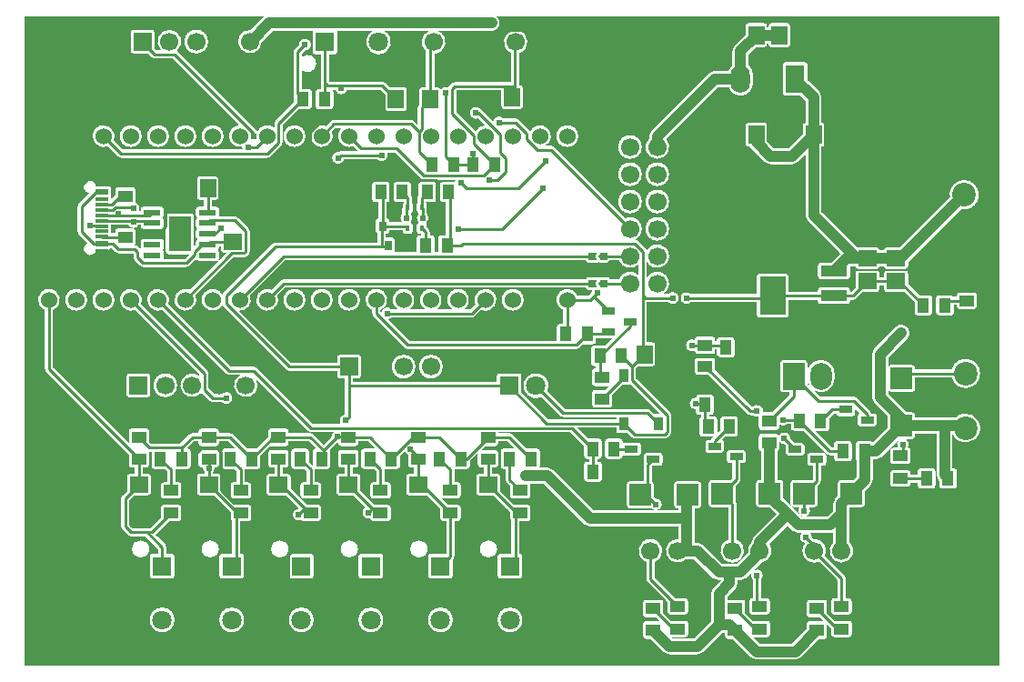
<source format=gtl>
G04 Layer: TopLayer*
G04 EasyEDA Pro v2.2.34.8, 2025-01-04 05:44:47*
G04 Gerber Generator version 0.3*
G04 Scale: 100 percent, Rotated: No, Reflected: No*
G04 Dimensions in millimeters*
G04 Leading zeros omitted, absolute positions, 4 integers and 5 decimals*
%FSLAX45Y45*%
%MOMM*%
%AMPolygonMacro1*4,1,5,-0.41275,-0.35052,-0.41275,0.35052,0.41275,0.35052,0.18669,0.0,0.41275,-0.35052,-0.41275,-0.35052,0*%
%AMPolygonMacro2*4,1,5,-0.18669,-0.35052,-0.41275,0.0,-0.18669,0.35052,0.41275,0.35052,0.41275,-0.35052,-0.18669,-0.35052,0*%
%ADD10C,5.99999*%
%ADD11R,1.48501X1.72799*%
%ADD12R,1.72799X1.48501*%
%ADD13R,1.37701X1.13254*%
%ADD14R,1.37701X1.13254*%
%ADD15R,1.64X0.55999*%
%ADD16R,2.1X3.29999*%
%ADD17R,1.2456X0.6*%
%ADD18R,1.24X0.6*%
%ADD19R,1.24X0.3*%
%ADD20O,2.1X1.0*%
%ADD21O,1.8X1.0*%
%ADD22C,2.2*%
%ADD23R,1.7X1.7*%
%ADD24C,1.7*%
%ADD25R,0.8X0.9*%
%ADD26R,0.8X0.9*%
%ADD27R,1.13254X1.37701*%
%ADD28R,1.13254X1.37701*%
%ADD29R,0.41999X0.6*%
%ADD30R,0.41999X0.6*%
%ADD31R,1.7X1.7*%
%ADD32R,1.39954X1.0*%
%ADD33R,1.48501X1.72799*%
%ADD34O,1.8X2.59999*%
%ADD35R,1.8X2.59999*%
%ADD36O,2.0X2.49999*%
%ADD37R,2.0X2.49999*%
%ADD38R,1.39954X1.0*%
%ADD39R,1.72799X1.48501*%
%ADD40R,2.46499X1.05001*%
%ADD41R,2.46499X3.54*%
%ADD42C,1.8*%
%ADD43R,1.8X1.8*%
%ADD44R,2.0X2.0*%
%ADD45R,1.25001X0.7*%
%ADD46C,1.524*%
%ADD47R,2.0X2.0*%
%ADD48R,0.9X1.3*%
%ADD49PolygonMacro1*%
%ADD50PolygonMacro2*%
%ADD51R,1.8X1.8*%
%ADD52C,0.61*%
%ADD53C,0.254*%
%ADD54C,1.0*%
G75*


G04 Copper Start*
G36*
G01X38354Y-38357D02*
G01X2278986Y-38357D01*
G03X2266575Y-48387I41084J-63526D01*
G01X2149404Y-165558D01*
G03X2054754Y-348211I-11105J-110095D01*
G03X2248864Y-280080I83545J72557D01*
G01X2351407Y-177537D01*
G01X2723354Y-177537D01*
G03X2720447Y-189400I22746J-11863D01*
G01X2720447Y-369400D01*
G03X2746101Y-395054I25654J0D01*
G01X2797747Y-395054D01*
G01X2797747Y-716695D01*
G01X2775473Y-716695D01*
G03X2749819Y-742349I0J-25654D01*
G01X2749819Y-880050D01*
G03X2775473Y-905704I25654J0D01*
G01X2888727Y-905704D01*
G03X2914381Y-880050I0J25654D01*
G01X2914381Y-742349D01*
G03X2906812Y-724154I-25654J0D01*
G01X2933861Y-724154D01*
G03X2988501Y-767354I54639J12954D01*
G03X3043140Y-724154I0J56154D01*
G01X3355455Y-724154D01*
G01X3398437Y-767136D01*
G01X3398437Y-899199D01*
G03X3424091Y-924853I25654J0D01*
G01X3572593Y-924853D01*
G03X3598247Y-899199I0J25654D01*
G01X3598247Y-726401D01*
G03X3572593Y-700747I-25654J0D01*
G01X3440529Y-700747D01*
G01X3398462Y-658680D01*
G03X3371342Y-647446I-27120J-27120D01*
G01X2877387Y-647446D01*
G01X2874455Y-644513D01*
G01X2874455Y-395054D01*
G01X2926100Y-395054D01*
G03X2951754Y-369400I0J25654D01*
G01X2951754Y-189400D01*
G03X2948847Y-177537I-25654J0D01*
G01X3281330Y-177537D01*
G03X3336100Y-395054I54770J-101863D01*
G03X3390869Y-177537I0J115654D01*
G01X3804895Y-177537D01*
G03X3777488Y-364603I43205J-101871D01*
G01X3777488Y-700747D01*
G01X3741591Y-700747D01*
G03X3715937Y-726401I0J-25654D01*
G01X3715937Y-858464D01*
G01X3712522Y-861880D01*
G03X3701288Y-889000I27120J-27120D01*
G01X3701288Y-1050405D01*
G01X3665162Y-1014280D01*
G03X3638042Y-1003046I-27120J-27120D01*
G01X2921008Y-1003046D01*
G03X2893887Y-1014280I0J-38354D01*
G01X2846300Y-1061867D01*
G03X2734678Y-1227729I-39600J-93841D01*
G03X2900541Y-1116108I72022J72022D01*
G01X2936894Y-1079754D01*
G01X2992838Y-1079754D01*
G03X2974635Y-1210178I67862J-75954D01*
G03X3100300Y-1249548I86065J54470D01*
G01X3145905Y-1295154D01*
G01X2984500Y-1295154D01*
G03X2961513Y-1302805I0J-38354D01*
G03X2914312Y-1392780I-2413J-56102D01*
G03X3013739Y-1371862I44788J33872D01*
G01X3324485Y-1371862D01*
G03X3397585Y-1379593I41015J38354D01*
G03X3415705Y-1308354I-32085J46085D01*
G01X3487713Y-1308354D01*
G01X3730479Y-1551120D01*
G03X3757600Y-1562354I27120J27120D01*
G01X4051895Y-1562354D01*
G03X4046224Y-1581923I50205J-25154D01*
G01X4045364Y-1581908D01*
G01X3932111Y-1581908D01*
G03X3906457Y-1607562I0J-25654D01*
G01X3906457Y-1745263D01*
G03X3932111Y-1770917I25654J0D01*
G01X3963629Y-1770917D01*
G01X3963629Y-2077195D01*
G01X3916873Y-2077195D01*
G03X3891219Y-2102849I0J-25654D01*
G01X3891219Y-2234620D01*
G01X3855781Y-2234620D01*
G01X3855781Y-2102849D01*
G03X3830127Y-2077195I-25654J0D01*
G01X3811854Y-2077195D01*
G01X3811854Y-2048365D01*
G03X3800621Y-2021245I-38354J0D01*
G01X3784492Y-2005116D01*
G01X3784492Y-1982704D01*
G03X3777163Y-1964751I-25654J0D01*
G03X3784854Y-1876692I-30663J47043D01*
G01X3784854Y-1831373D01*
G03X3784492Y-1826116I-38354J0D01*
G01X3784492Y-1792712D01*
G03X3776193Y-1773819I-25654J0D01*
G01X3776193Y-1770917D01*
G01X3845364Y-1770917D01*
G03X3871018Y-1745263I0J25654D01*
G01X3871018Y-1607562D01*
G03X3845364Y-1581908I-25654J0D01*
G01X3732111Y-1581908D01*
G03X3706457Y-1607562I0J-25654D01*
G01X3706457Y-1705261D01*
G03X3699485Y-1727312I31382J-22050D01*
G01X3699485Y-1773819D01*
G03X3691185Y-1792712I17355J-18893D01*
G01X3691185Y-1852712D01*
G03X3708027Y-1876804I25654J0D01*
G03X3708027Y-1958611I38473J-40903D01*
G03X3691185Y-1982704I8813J-24093D01*
G01X3691185Y-2042704D01*
G03X3716839Y-2068358I25654J0D01*
G01X3735146Y-2068358D01*
G01X3735146Y-2077195D01*
G01X3716873Y-2077195D01*
G03X3691219Y-2102849I0J-25654D01*
G01X3691219Y-2234620D01*
G01X3480848Y-2234620D01*
G03X3488152Y-2216692I-18350J17927D01*
G01X3488152Y-2126692D01*
G03X3462498Y-2101038I-25654J0D01*
G01X3403854Y-2101038D01*
G01X3403854Y-2064562D01*
G01X3412002Y-2064562D01*
G03X3437656Y-2038908I0J25654D01*
G01X3437656Y-2032262D01*
G01X3561188Y-2032262D01*
G01X3561188Y-2042704D01*
G03X3586842Y-2068358I25654J0D01*
G01X3628841Y-2068358D01*
G03X3654495Y-2042704I0J25654D01*
G01X3654495Y-1982704D01*
G03X3633706Y-1957515I-25654J0D01*
G03X3633706Y-1877900I-39606J39808D01*
G03X3654495Y-1852712I-4865J25188D01*
G01X3654495Y-1792712D01*
G03X3646195Y-1773819I-25654J0D01*
G01X3646195Y-1727317D01*
G03X3639218Y-1705259I-38354J0D01*
G01X3639218Y-1607562D01*
G03X3613564Y-1581908I-25654J0D01*
G01X3500311Y-1581908D01*
G03X3474657Y-1607562I0J-25654D01*
G01X3474657Y-1745263D01*
G03X3500311Y-1770917I25654J0D01*
G01X3569487Y-1770917D01*
G01X3569487Y-1773819D01*
G03X3561188Y-1792712I17355J-18893D01*
G01X3561188Y-1816760D01*
G03X3555746Y-1836453I32912J-19693D01*
G01X3555746Y-1876692D01*
G03X3552616Y-1955554I38354J-41015D01*
G01X3437656Y-1955554D01*
G01X3437656Y-1948908D01*
G03X3412002Y-1923254I-25654J0D01*
G01X3410356Y-1923254D01*
G01X3410356Y-1770917D01*
G01X3413564Y-1770917D01*
G03X3439218Y-1745263I0J25654D01*
G01X3439218Y-1607562D01*
G03X3413564Y-1581908I-25654J0D01*
G01X3300311Y-1581908D01*
G03X3274657Y-1607562I0J-25654D01*
G01X3274657Y-1745263D01*
G03X3300311Y-1770917I25654J0D01*
G01X3333648Y-1770917D01*
G01X3333648Y-1923254D01*
G01X3332002Y-1923254D01*
G03X3306348Y-1948908I0J-25654D01*
G01X3306348Y-2038908D01*
G03X3327146Y-2064098I25654J0D01*
G01X3327146Y-2146054D01*
G01X2374900Y-2146054D01*
G03X2347780Y-2157287I0J-38354D01*
G01X1890580Y-2614487D01*
G03X1880609Y-2631847I27120J-27120D01*
G03X1688846Y-2679708I-89909J-47861D01*
G03X1880609Y-2727568I101854J0D01*
G03X1890580Y-2744928I37091J9761D01*
G01X2474780Y-3329128D01*
G03X2501900Y-3340362I27120J27120D01*
G01X2950046Y-3340362D01*
G01X2950046Y-3387007D01*
G03X2975700Y-3412661I25654J0D01*
G01X3022346Y-3412661D01*
G01X3022346Y-3748061D01*
G03X2982509Y-3835154I6754J-55746D01*
G01X2720987Y-3835154D01*
G01X2198820Y-3312987D01*
G03X2171700Y-3301754I-27120J-27120D01*
G01X1958987Y-3301754D01*
G01X1376541Y-2719308D01*
G03X1210678Y-2607686I-93841J39600D01*
G03X1322300Y-2773548I72022J-72022D01*
G01X1915980Y-3367228D01*
G03X1943100Y-3378462I27120J27120D01*
G01X2048044Y-3378462D01*
G03X2072835Y-3583271I52155J-97592D01*
G03X2192743Y-3415391I27364J107217D01*
G01X2677980Y-3900628D01*
G03X2705100Y-3911862I27120J27120D01*
G01X2918451Y-3911862D01*
G03X2902057Y-3932370I34449J-44346D01*
G03X2896777Y-3958089I50843J-23838D01*
G01X2825900Y-4028967D01*
G01X2729613Y-3932680D01*
G03X2702493Y-3921446I-27120J-27120D01*
G01X2499004Y-3921446D01*
G01X2499004Y-3903174D01*
G03X2473350Y-3877520I-25654J0D01*
G01X2335649Y-3877520D01*
G03X2309995Y-3903174I0J-25654D01*
G01X2309995Y-3950064D01*
G01X2194764Y-4065295D01*
G01X2114236Y-4065295D01*
G01X1981620Y-3932680D01*
G03X1954500Y-3921446I-27120J-27120D01*
G01X1849004Y-3921446D01*
G01X1849004Y-3903174D01*
G03X1823350Y-3877520I-25654J0D01*
G01X1685649Y-3877520D01*
G03X1659995Y-3903174I0J-25654D01*
G01X1659995Y-3921446D01*
G01X1602100Y-3921446D01*
G03X1574980Y-3932680I0J-38354D01*
G01X1488613Y-4019046D01*
G01X1217987Y-4019046D01*
G01X1199004Y-4000064D01*
G01X1199004Y-3903174D01*
G03X1173350Y-3877520I-25654J0D01*
G01X1035649Y-3877520D01*
G03X1009995Y-3903174I0J-25654D01*
G01X1009995Y-4011055D01*
G01X305054Y-3306113D01*
G01X305054Y-2774064D01*
G03X266700Y-2577854I-38354J94357D01*
G03X228346Y-2774064I0J-101854D01*
G01X228346Y-3322000D01*
G03X239580Y-3349120I38354J0D01*
G01X1009995Y-4119536D01*
G01X1009995Y-4216427D01*
G03X1035649Y-4242081I25654J0D01*
G01X1066546Y-4242081D01*
G01X1066546Y-4300137D01*
G01X1018501Y-4300137D01*
G03X992847Y-4325791I0J-25654D01*
G01X992847Y-4457855D01*
G01X950780Y-4499922D01*
G03X939546Y-4527042I27120J-27120D01*
G01X939546Y-4791829D01*
G03X950780Y-4818949I38354J0D01*
G01X1001580Y-4869749D01*
G03X1028700Y-4880983I27120J27120D01*
G01X1165213Y-4880983D01*
G01X1282446Y-4998216D01*
G01X1282446Y-5044547D01*
G01X1230800Y-5044547D01*
G03X1205146Y-5070201I0J-25654D01*
G01X1205146Y-5250200D01*
G03X1230800Y-5275854I25654J0D01*
G01X1410800Y-5275854D01*
G03X1436454Y-5250200I0J25654D01*
G01X1436454Y-5070201D01*
G03X1410800Y-5044547I-25654J0D01*
G01X1359154Y-5044547D01*
G01X1359154Y-4982329D01*
G03X1347920Y-4955208I-38354J0D01*
G01X1258137Y-4865425D01*
G01X1383079Y-4740483D01*
G01X1474469Y-4740483D01*
G03X1500123Y-4714829I0J25654D01*
G01X1500123Y-4614829D01*
G03X1474469Y-4589175I-25654J0D01*
G01X1334515Y-4589175D01*
G03X1308861Y-4614829I0J-25654D01*
G01X1308861Y-4706219D01*
G01X1210806Y-4804275D01*
G01X1044587Y-4804275D01*
G01X1016254Y-4775942D01*
G01X1016254Y-4542929D01*
G01X1059236Y-4499947D01*
G01X1191299Y-4499947D01*
G03X1216953Y-4474293I0J25654D01*
G01X1216953Y-4325791D01*
G03X1191299Y-4300137I-25654J0D01*
G01X1143254Y-4300137D01*
G01X1143254Y-4242081D01*
G01X1173350Y-4242081D01*
G03X1199004Y-4216427I0J25654D01*
G01X1199004Y-4103173D01*
G03X1197835Y-4095516I-25654J0D01*
G03X1202100Y-4095754I4265J38116D01*
G01X1222220Y-4095754D01*
G01X1222220Y-4228650D01*
G03X1247874Y-4254304I25654J0D01*
G01X1344764Y-4254304D01*
G01X1366138Y-4275679D01*
G01X1366138Y-4379117D01*
G01X1334515Y-4379117D01*
G03X1308861Y-4404771I0J-25654D01*
G01X1308861Y-4504771D01*
G03X1334515Y-4530425I25654J0D01*
G01X1474469Y-4530425D01*
G03X1500123Y-4504771I0J25654D01*
G01X1500123Y-4404771D01*
G03X1474469Y-4379117I-25654J0D01*
G01X1442846Y-4379117D01*
G01X1442846Y-4259792D01*
G03X1442360Y-4253705I-38354J0D01*
G03X1447873Y-4254304I5513J25055D01*
G01X1561127Y-4254304D01*
G03X1586781Y-4228650I0J25654D01*
G01X1586781Y-4090949D01*
G03X1561127Y-4065295I-25654J0D01*
G01X1550846Y-4065295D01*
G01X1617987Y-3998154D01*
G01X1659995Y-3998154D01*
G01X1659995Y-4016427D01*
G03X1685649Y-4042081I25654J0D01*
G01X1823350Y-4042081D01*
G03X1849004Y-4016427I0J25654D01*
G01X1849004Y-3998154D01*
G01X1938613Y-3998154D01*
G01X2005754Y-4065295D01*
G01X1897874Y-4065295D01*
G03X1872220Y-4090949I0J-25654D01*
G01X1872220Y-4228650D01*
G03X1897874Y-4254304I25654J0D01*
G01X1994764Y-4254304D01*
G01X2016138Y-4275679D01*
G01X2016138Y-4379117D01*
G01X1984515Y-4379117D01*
G03X1958861Y-4404771I0J-25654D01*
G01X1958861Y-4504771D01*
G03X1984515Y-4530425I25654J0D01*
G01X2124469Y-4530425D01*
G03X2150123Y-4504771I0J25654D01*
G01X2150123Y-4404771D01*
G03X2124469Y-4379117I-25654J0D01*
G01X2092846Y-4379117D01*
G01X2092846Y-4259792D01*
G03X2092360Y-4253705I-38354J0D01*
G03X2097873Y-4254304I5513J25055D01*
G01X2211127Y-4254304D01*
G03X2236781Y-4228650I0J25654D01*
G01X2236781Y-4131760D01*
G01X2327717Y-4040824D01*
G03X2335649Y-4042081I7933J24397D01*
G01X2473350Y-4042081D01*
G03X2499004Y-4016427I0J25654D01*
G01X2499004Y-3998154D01*
G01X2686606Y-3998154D01*
G01X2753747Y-4065295D01*
G01X2747873Y-4065295D01*
G03X2722219Y-4090949I0J-25654D01*
G01X2722219Y-4223278D01*
G01X2686781Y-4187840D01*
G01X2686781Y-4090949D01*
G03X2661127Y-4065295I-25654J0D01*
G01X2547873Y-4065295D01*
G03X2522219Y-4090949I0J-25654D01*
G01X2522219Y-4228650D01*
G03X2547873Y-4254304I25654J0D01*
G01X2644764Y-4254304D01*
G01X2666138Y-4275679D01*
G01X2666138Y-4379117D01*
G01X2634515Y-4379117D01*
G03X2608861Y-4404771I0J-25654D01*
G01X2608861Y-4504771D01*
G03X2634515Y-4530425I25654J0D01*
G01X2774469Y-4530425D01*
G03X2800123Y-4504771I0J25654D01*
G01X2800123Y-4404771D01*
G03X2774469Y-4379117I-25654J0D01*
G01X2742846Y-4379117D01*
G01X2742846Y-4259792D01*
G03X2742360Y-4253705I-38354J0D01*
G03X2747873Y-4254304I5513J25055D01*
G01X2861127Y-4254304D01*
G03X2886781Y-4228650I0J25654D01*
G01X2886781Y-4090949D01*
G03X2884005Y-4079343I-25654J0D01*
G01X2951018Y-4012330D01*
G03X2959995Y-4011911I1882J56123D01*
G01X2959995Y-4016427D01*
G03X2985649Y-4042081I25654J0D01*
G01X3123350Y-4042081D01*
G03X3149004Y-4016427I0J25654D01*
G01X3149004Y-3998154D01*
G01X3238613Y-3998154D01*
G01X3305754Y-4065295D01*
G01X3197873Y-4065295D01*
G03X3172219Y-4090949I0J-25654D01*
G01X3172219Y-4228650D01*
G03X3197873Y-4254304I25654J0D01*
G01X3294764Y-4254304D01*
G01X3316138Y-4275679D01*
G01X3316138Y-4379117D01*
G01X3284515Y-4379117D01*
G03X3258861Y-4404771I0J-25654D01*
G01X3258861Y-4504771D01*
G03X3284515Y-4530425I25654J0D01*
G01X3424469Y-4530425D01*
G03X3450123Y-4504771I0J25654D01*
G01X3450123Y-4404771D01*
G03X3424469Y-4379117I-25654J0D01*
G01X3392846Y-4379117D01*
G01X3392846Y-4259792D01*
G03X3392360Y-4253705I-38354J0D01*
G03X3397873Y-4254304I5513J25055D01*
G01X3511127Y-4254304D01*
G03X3536781Y-4228650I0J25654D01*
G01X3536781Y-4131760D01*
G01X3576505Y-4092035D01*
G03X3609996Y-4123429I51795J21693D01*
G01X3609996Y-4216427D01*
G03X3635650Y-4242081I25654J0D01*
G01X3666146Y-4242081D01*
G01X3666146Y-4300637D01*
G01X3618101Y-4300637D01*
G03X3592447Y-4326291I0J-25654D01*
G01X3592447Y-4474792D01*
G03X3618101Y-4500446I25654J0D01*
G01X3785869Y-4500446D01*
G01X3908861Y-4623439D01*
G01X3908861Y-4714829D01*
G03X3934515Y-4740483I25654J0D01*
G01X3966138Y-4740483D01*
G01X3966138Y-5044547D01*
G01X3821600Y-5044547D01*
G03X3795946Y-5070201I0J-25654D01*
G01X3795946Y-5250200D01*
G03X3821600Y-5275854I25654J0D01*
G01X4001600Y-5275854D01*
G03X4027254Y-5250200I0J25654D01*
G01X4027254Y-5098787D01*
G01X4031613Y-5094429D01*
G03X4042846Y-5067308I-27120J27120D01*
G01X4042846Y-4740483D01*
G01X4074469Y-4740483D01*
G03X4100123Y-4714829I0J25654D01*
G01X4100123Y-4614829D01*
G03X4074469Y-4589175I-25654J0D01*
G01X3983079Y-4589175D01*
G01X3919411Y-4525507D01*
G03X3934515Y-4530425I15104J20736D01*
G01X4074469Y-4530425D01*
G03X4100123Y-4504771I0J25654D01*
G01X4100123Y-4404771D01*
G03X4074469Y-4379117I-25654J0D01*
G01X4042846Y-4379117D01*
G01X4042846Y-4259792D01*
G03X4042360Y-4253705I-38354J0D01*
G03X4047873Y-4254304I5513J25055D01*
G01X4161127Y-4254304D01*
G03X4186781Y-4228650I0J25654D01*
G01X4186781Y-4181760D01*
G01X4259996Y-4108545D01*
G01X4259996Y-4216427D01*
G03X4285650Y-4242081I25654J0D01*
G01X4317746Y-4242081D01*
G01X4317746Y-4300638D01*
G01X4269701Y-4300638D01*
G03X4244047Y-4326292I0J-25654D01*
G01X4244047Y-4474793D01*
G03X4269701Y-4500447I25654J0D01*
G01X4401764Y-4500447D01*
G01X4558861Y-4657544D01*
G01X4558861Y-4714829D01*
G03X4571746Y-4737079I25654J0D01*
G01X4571746Y-5044547D01*
G01X4469300Y-5044547D01*
G03X4443646Y-5070201I0J-25654D01*
G01X4443646Y-5250200D01*
G03X4469300Y-5275854I25654J0D01*
G01X4649300Y-5275854D01*
G03X4674954Y-5250200I0J25654D01*
G01X4674954Y-5070201D01*
G03X4649300Y-5044547I-25654J0D01*
G01X4648454Y-5044547D01*
G01X4648454Y-4740483D01*
G01X4724469Y-4740483D01*
G03X4750123Y-4714829I0J25654D01*
G01X4750123Y-4614829D01*
G03X4724469Y-4589175I-25654J0D01*
G01X4598974Y-4589175D01*
G01X4468153Y-4458354D01*
G01X4468153Y-4326292D01*
G03X4442499Y-4300638I-25654J0D01*
G01X4394454Y-4300638D01*
G01X4394454Y-4242081D01*
G01X4423351Y-4242081D01*
G03X4449005Y-4216427I0J25654D01*
G01X4449005Y-4103173D01*
G03X4423351Y-4077519I-25654J0D01*
G01X4291022Y-4077519D01*
G01X4326460Y-4042081D01*
G01X4423351Y-4042081D01*
G03X4449005Y-4016427I0J25654D01*
G01X4449005Y-3998154D01*
G01X4538613Y-3998154D01*
G01X4605754Y-4065295D01*
G01X4497873Y-4065295D01*
G03X4472219Y-4090949I0J-25654D01*
G01X4472219Y-4228650D01*
G03X4497873Y-4254304I25654J0D01*
G01X4516146Y-4254304D01*
G01X4516146Y-4354779D01*
G03X4527380Y-4381899I38354J0D01*
G01X4558861Y-4413381D01*
G01X4558861Y-4504771D01*
G03X4584515Y-4530425I25654J0D01*
G01X4724469Y-4530425D01*
G03X4750123Y-4504771I0J25654D01*
G01X4750123Y-4404771D01*
G03X4746802Y-4392146I-25654J0D01*
G01X4873672Y-4392146D01*
G01X5251513Y-4769988D01*
G03X5305009Y-4792146I53495J53495D01*
G01X6129355Y-4792146D01*
G01X6129355Y-4906125D01*
G03X6018355Y-5056817I-7955J-110368D01*
G03X6202151Y-5092146I103045J40325D01*
G01X6273672Y-5092146D01*
G01X6451514Y-5269988D01*
G03X6505009Y-5292147I53495J53495D01*
G01X6522364Y-5292147D01*
G01X6451514Y-5362997D01*
G03X6429355Y-5416493I53495J-53495D01*
G01X6429355Y-5673573D01*
G01X6273672Y-5829256D01*
G01X6074346Y-5829256D01*
G01X6064574Y-5819483D01*
G01X6191385Y-5819483D01*
G03X6217039Y-5793829I0J25654D01*
G01X6217039Y-5693829D01*
G03X6191385Y-5668175I-25654J0D01*
G01X6060515Y-5668175D01*
G01X5987305Y-5594964D01*
G01X5987305Y-5498074D01*
G03X5961651Y-5472420I-25654J0D01*
G01X5823949Y-5472420D01*
G03X5798295Y-5498074I0J-25654D01*
G01X5798295Y-5611327D01*
G03X5823949Y-5636981I25654J0D01*
G01X5920840Y-5636981D01*
G01X5956278Y-5672419D01*
G01X5823949Y-5672419D01*
G03X5798295Y-5698073I0J-25654D01*
G01X5798295Y-5811327D01*
G03X5823949Y-5836981I25654J0D01*
G01X5868090Y-5836981D01*
G01X5989514Y-5958405D01*
G03X6043010Y-5980564I53495J53495D01*
G01X6305009Y-5980564D01*
G03X6358505Y-5958405I0J75654D01*
G01X6536346Y-5780564D01*
G01X6560295Y-5780564D01*
G01X6560295Y-5811327D01*
G03X6585949Y-5836981I25654J0D01*
G01X6630090Y-5836981D01*
G01X6801305Y-6008196D01*
G03X6854800Y-6030354I53495J53495D01*
G01X7216800Y-6030354D01*
G03X7270295Y-6008196I0J75654D01*
G01X7441510Y-5836981D01*
G01X7485651Y-5836981D01*
G03X7511305Y-5811327I0J25654D01*
G01X7511305Y-5703446D01*
G01X7549777Y-5741918D01*
G01X7549777Y-5793829D01*
G03X7575431Y-5819483I25654J0D01*
G01X7715385Y-5819483D01*
G03X7741039Y-5793829I0J25654D01*
G01X7741039Y-5693829D01*
G03X7715385Y-5668175I-25654J0D01*
G01X7584515Y-5668175D01*
G01X7511305Y-5594964D01*
G01X7511305Y-5498074D01*
G03X7485651Y-5472420I-25654J0D01*
G01X7347949Y-5472420D01*
G03X7322295Y-5498074I0J-25654D01*
G01X7322295Y-5611327D01*
G03X7347949Y-5636981I25654J0D01*
G01X7444840Y-5636981D01*
G01X7480278Y-5672419D01*
G01X7347949Y-5672419D01*
G03X7322295Y-5698073I0J-25654D01*
G01X7322295Y-5742214D01*
G01X7185463Y-5879046D01*
G01X6886137Y-5879046D01*
G01X6826574Y-5819483D01*
G01X6953385Y-5819483D01*
G03X6979039Y-5793829I0J25654D01*
G01X6979039Y-5693829D01*
G03X6953385Y-5668175I-25654J0D01*
G01X6822515Y-5668175D01*
G01X6749305Y-5594964D01*
G01X6749305Y-5498074D01*
G03X6723651Y-5472420I-25654J0D01*
G01X6585949Y-5472420D01*
G03X6580663Y-5472970I0J-25654D01*
G01X6580663Y-5447830D01*
G01X6658505Y-5369988D01*
G03X6680663Y-5316493I-53495J53495D01*
G01X6680663Y-5292147D01*
G01X6705009Y-5292147D01*
G03X6758505Y-5269988I0J75654D01*
G01X6807085Y-5221408D01*
G03X6819646Y-5286108I50915J-23685D01*
G01X6819646Y-5458117D01*
G01X6813431Y-5458117D01*
G03X6787777Y-5483771I0J-25654D01*
G01X6787777Y-5583771D01*
G03X6813431Y-5609425I25654J0D01*
G01X6953385Y-5609425D01*
G03X6979039Y-5583771I0J25654D01*
G01X6979039Y-5483771D01*
G03X6953385Y-5458117I-25654J0D01*
G01X6896354Y-5458117D01*
G01X6896354Y-5286108D01*
G03X6904547Y-5213681I-38354J41015D01*
G03X6834315Y-5194178I-46547J-31412D01*
G01X6903118Y-5125375D01*
G03X6985532Y-5059075I-19718J108883D01*
G03X6974626Y-4953866I-102132J42583D01*
G01X7145400Y-4783093D01*
G01X7191904Y-4829598D01*
G03X7245400Y-4851756I53495J53495D01*
G01X7273616Y-4851756D01*
G03X7306915Y-4945032I41584J-37736D01*
G03X7303316Y-5083466I84485J-71460D01*
G03X7437673Y-5117006I88084J66973D01*
G01X7607054Y-5286387D01*
G01X7607054Y-5458117D01*
G01X7575431Y-5458117D01*
G03X7549777Y-5483771I0J-25654D01*
G01X7549777Y-5583771D01*
G03X7575431Y-5609425I25654J0D01*
G01X7715385Y-5609425D01*
G03X7741039Y-5583771I0J25654D01*
G01X7741039Y-5483771D01*
G03X7715385Y-5458117I-25654J0D01*
G01X7683762Y-5458117D01*
G01X7683762Y-5270500D01*
G03X7672528Y-5243380I-38354J0D01*
G01X7491914Y-5062766D01*
G03X7385923Y-4905974I-100514J46273D01*
G01X7371323Y-4891374D01*
G03X7356784Y-4851756I-56123J1882D01*
G01X7545400Y-4851756D01*
G03X7569746Y-4847732I0J75654D01*
G01X7569746Y-4935741D01*
G03X7645400Y-5127146I75654J-80751D01*
G03X7721054Y-4935741I0J110654D01*
G01X7721054Y-4608754D01*
G01X7838402Y-4608754D01*
G03X7864056Y-4583100I0J25654D01*
G01X7864056Y-4464437D01*
G01X7913195Y-4415298D01*
G03X7935354Y-4361802I-53495J53495D01*
G01X7935354Y-4175458D01*
G03X7941062Y-4165054I-19027J17207D01*
G01X7966997Y-4165054D01*
G03X8020492Y-4142895I0J75654D01*
G01X8185537Y-3977851D01*
G01X8187978Y-3977851D01*
G03X8170547Y-4057680I28922J-48133D01*
G01X8124952Y-4057680D01*
G03X8099298Y-4083334I0J-25654D01*
G01X8099298Y-4183334D01*
G03X8124952Y-4208988I25654J0D01*
G01X8264906Y-4208988D01*
G03X8290560Y-4183334I0J25654D01*
G01X8290560Y-4083334D01*
G03X8264906Y-4057680I-25654J0D01*
G01X8263253Y-4057680D01*
G03X8245822Y-3977851I-46353J31697D01*
G01X8304200Y-3977851D01*
G03X8329854Y-3952197I0J25654D01*
G01X8329854Y-3927851D01*
G01X8528546Y-3927851D01*
G01X8528546Y-4310000D01*
G03X8550705Y-4363495I75654J0D01*
G01X8555319Y-4368110D01*
G01X8555319Y-4412251D01*
G03X8580973Y-4437905I25654J0D01*
G01X8694227Y-4437905D01*
G03X8719881Y-4412251I0J25654D01*
G01X8719881Y-4274549D01*
G03X8694227Y-4248895I-25654J0D01*
G01X8679854Y-4248895D01*
G01X8679854Y-3934423D01*
G03X8934888Y-3896003I121246J60839D01*
G03X8706311Y-3776543I-133788J22419D01*
G01X8329854Y-3776543D01*
G01X8329854Y-3752197D01*
G03X8304200Y-3726543I-25654J0D01*
G01X8251650Y-3726543D01*
G01X8079854Y-3554748D01*
G01X8079854Y-3520279D01*
G03X8104200Y-3537847I24346J8086D01*
G01X8304200Y-3537847D01*
G03X8329854Y-3512193I0J25654D01*
G01X8329854Y-3403938D01*
G01X8670981Y-3403938D01*
G03X8936754Y-3365584I130119J38354D01*
G03X8670981Y-3327230I-135654J0D01*
G01X8329854Y-3327230D01*
G01X8329854Y-3312193D01*
G03X8304200Y-3286539I-25654J0D01*
G01X8104200Y-3286539D01*
G03X8079854Y-3304107I0J-25654D01*
G01X8079854Y-3217421D01*
G01X8257695Y-3039580D01*
G03X8150705Y-2932589I-53495J53495D01*
G01X7950704Y-3132589D01*
G03X7928546Y-3186084I53495J-53495D01*
G01X7928546Y-3586085D01*
G03X7950704Y-3639580I75654J0D01*
G01X8078546Y-3767422D01*
G01X8078546Y-3870860D01*
G01X7939615Y-4009791D01*
G03X7916327Y-3994895I-23289J-10759D01*
G01X7803073Y-3994895D01*
G03X7777419Y-4020549I0J-25654D01*
G01X7777419Y-4158251D01*
G03X7784046Y-4175458I25654J0D01*
G01X7784046Y-4330465D01*
G01X7757065Y-4357446D01*
G01X7638402Y-4357446D01*
G03X7612748Y-4383100I0J-25654D01*
G01X7612748Y-4501763D01*
G01X7591905Y-4522607D01*
G03X7569746Y-4576102I53495J-53495D01*
G01X7569746Y-4644765D01*
G01X7514063Y-4700448D01*
G01X7276737Y-4700448D01*
G01X7266797Y-4690509D01*
G03X7339716Y-4682117I31600J46419D01*
G03X7342040Y-4608754I-41319J38027D01*
G01X7398398Y-4608754D01*
G03X7424052Y-4583100I0J25654D01*
G01X7424052Y-4411687D01*
G01X7442320Y-4393418D01*
G03X7453554Y-4366298I-27120J27120D01*
G01X7453554Y-4226246D01*
G01X7477700Y-4226246D01*
G03X7503354Y-4200592I0J25654D01*
G01X7503354Y-4130592D01*
G03X7477700Y-4104938I-25654J0D01*
G01X7352699Y-4104938D01*
G03X7327045Y-4130592I0J-25654D01*
G01X7327045Y-4200592D01*
G03X7352699Y-4226246I25654J0D01*
G01X7376846Y-4226246D01*
G01X7376846Y-4350411D01*
G01X7369811Y-4357446D01*
G01X7198398Y-4357446D01*
G03X7172744Y-4383100I0J-25654D01*
G01X7172744Y-4583100D01*
G03X7198398Y-4608754I25654J0D01*
G01X7254756Y-4608754D01*
G03X7251979Y-4675691I43642J-35336D01*
G01X7102056Y-4525767D01*
G01X7102056Y-4383100D01*
G03X7076402Y-4357446I-25654J0D01*
G01X7052056Y-4357446D01*
G01X7052056Y-4089026D01*
G03X7065204Y-4066626I-12506J22399D01*
G01X7065204Y-3997476D01*
G03X7115482Y-4025119I48396J28480D01*
G01X7127046Y-4036683D01*
G01X7127046Y-4105596D01*
G03X7152700Y-4131250I25654J0D01*
G01X7277701Y-4131250D01*
G03X7303355Y-4105596I0J25654D01*
G01X7303355Y-4035596D01*
G03X7277701Y-4009942I-25654J0D01*
G01X7208787Y-4009942D01*
G01X7169723Y-3970878D01*
G03X7127422Y-3914570I-56123J1882D01*
G03X7063380Y-3943872I-13822J-54426D01*
G03X7039550Y-3927719I-23830J-9501D01*
G01X6901849Y-3927719D01*
G03X6876195Y-3953373I0J-25654D01*
G01X6876195Y-4066626D01*
G03X6900748Y-4092257I25654J0D01*
G01X6900748Y-4357446D01*
G01X6876402Y-4357446D01*
G03X6850748Y-4383100I0J-25654D01*
G01X6850748Y-4583100D01*
G03X6876402Y-4608754I25654J0D01*
G01X6971060Y-4608754D01*
G01X7038409Y-4676102D01*
G01X6829905Y-4884606D01*
G03X6807784Y-4935706I53495J-53495D01*
G03X6777856Y-4983255I75616J-80787D01*
G03X6775138Y-5039373I105544J-33237D01*
G01X6673673Y-5140838D01*
G01X6536346Y-5140838D01*
G01X6358505Y-4962997D01*
G03X6305009Y-4940838I-53495J-53495D01*
G01X6280663Y-4940838D01*
G01X6280663Y-4621454D01*
G01X6314402Y-4621454D01*
G03X6340056Y-4595800I0J25654D01*
G01X6340056Y-4395800D01*
G03X6314402Y-4370146I-25654J0D01*
G01X6114402Y-4370146D01*
G03X6088748Y-4395800I0J-25654D01*
G01X6088748Y-4595800D01*
G03X6114402Y-4621454I25654J0D01*
G01X6129355Y-4621454D01*
G01X6129355Y-4640838D01*
G01X5919163Y-4640838D01*
G03X5974336Y-4583270I-963J56146D01*
G03X5916318Y-4528570I-56136J-1422D01*
G01X5900052Y-4512303D01*
G01X5900052Y-4395800D01*
G03X5880354Y-4370847I-25654J0D01*
G01X5880354Y-4230679D01*
G01X5884787Y-4226246D01*
G01X5953700Y-4226246D01*
G03X5979354Y-4200592I0J25654D01*
G01X5979354Y-4130592D01*
G03X5953700Y-4104938I-25654J0D01*
G01X5828699Y-4104938D01*
G03X5803045Y-4130592I0J-25654D01*
G01X5803045Y-4200592D01*
G03X5804210Y-4208236I25654J0D01*
G03X5803646Y-4214792I37790J-6556D01*
G01X5803646Y-4370146D01*
G01X5674398Y-4370146D01*
G03X5648744Y-4395800I0J-25654D01*
G01X5648744Y-4595800D01*
G03X5674398Y-4621454I25654J0D01*
G01X5874398Y-4621454D01*
G01X5875722Y-4621420D01*
G03X5917237Y-4640838I42478J36727D01*
G01X5336346Y-4640838D01*
G01X4958504Y-4262997D01*
G03X4905008Y-4240838I-53495J-53495D01*
G01X4833701Y-4240838D01*
G03X4836781Y-4228650I-22574J12188D01*
G01X4836781Y-4090949D01*
G03X4811127Y-4065295I-25654J0D01*
G01X4714236Y-4065295D01*
G01X4581620Y-3932680D01*
G03X4554500Y-3921446I-27120J-27120D01*
G01X4449005Y-3921446D01*
G01X4449005Y-3911862D01*
G01X5123496Y-3911862D01*
G01X5250277Y-4038642D01*
G01X5250277Y-4135533D01*
G03X5275931Y-4161187I25654J0D01*
G01X5294203Y-4161187D01*
G01X5294203Y-4185395D01*
G01X5275773Y-4185395D01*
G03X5250119Y-4211049I0J-25654D01*
G01X5250119Y-4348751D01*
G03X5275773Y-4374405I25654J0D01*
G01X5389027Y-4374405D01*
G03X5414681Y-4348751I0J25654D01*
G01X5414681Y-4211049D01*
G03X5389027Y-4185395I-25654J0D01*
G01X5370911Y-4185395D01*
G01X5370911Y-4161187D01*
G01X5389184Y-4161187D01*
G03X5414838Y-4135533I0J25654D01*
G01X5414838Y-3997832D01*
G03X5389184Y-3972178I-25654J0D01*
G01X5292294Y-3972178D01*
G01X5190260Y-3870145D01*
G01X5547839Y-3870145D01*
G01X5547839Y-3896791D01*
G03X5573493Y-3922445I25654J0D01*
G01X5654906Y-3922445D01*
G01X5692972Y-3960511D01*
G03X5720093Y-3971745I27120J27120D01*
G01X5999493Y-3971745D01*
G03X6026613Y-3960511I0J38354D01*
G01X6052013Y-3935111D01*
G03X6063247Y-3907991I-27120J27120D01*
G01X6063247Y-3755591D01*
G03X6052013Y-3728470I-38354J0D01*
G01X5732946Y-3409404D01*
G01X5732350Y-3314974D01*
G01X5747571Y-3299753D01*
G01X5885009Y-3299753D01*
G03X5910663Y-3274099I0J25654D01*
G01X5910663Y-3101301D01*
G03X5885009Y-3075647I-25654J0D01*
G01X5834647Y-3075647D01*
G01X5834647Y-2701745D01*
G01X6034677Y-2701745D01*
G03X6131847Y-2663391I41015J38354D01*
G03X6034677Y-2625037I-56154J0D01*
G01X5982797Y-2625037D01*
G03X6010221Y-2450155I-51897J97729D01*
G03X5834647Y-2472722I-79321J-77152D01*
G01X5834647Y-2327893D01*
G03X6041544Y-2271844I96253J54585D01*
G03X5833237Y-2221287I-110644J-1463D01*
G03X5823413Y-2204470I-36944J-10304D01*
G01X5747213Y-2128270D01*
G03X5727438Y-2117747I-27120J-27120D01*
G03X5776399Y-1970891I-50538J98439D01*
G03X5630627Y-1918794I-99499J-48417D01*
G01X4967420Y-1255587D01*
G03X4940300Y-1244354I-27120J-27120D01*
G01X4888861Y-1244354D01*
G03X4907570Y-1080667I-50161J88646D01*
G03X4746086Y-1113318I-68870J-75041D01*
G03X4738820Y-1103187I-34386J-16989D01*
G01X4637220Y-1001587D01*
G03X4610100Y-990354I-27120J-27120D01*
G01X4498715Y-990354D01*
G03X4402147Y-1020514I-41015J-38354D01*
G01X4294313Y-912680D01*
G03X4287608Y-907331I-27120J-27120D01*
G03X4187677Y-924808I-45815J-32469D01*
G03X4264368Y-991216I54116J-14992D01*
G01X4327070Y-1053918D01*
G03X4239685Y-1109986I3630J-101789D01*
G01X4058622Y-928922D01*
G01X4058622Y-732096D01*
G01X4061554Y-729163D01*
G01X4479163Y-729163D01*
G01X4479163Y-878808D01*
G03X4504817Y-904462I25654J0D01*
G01X4653318Y-904462D01*
G03X4678972Y-878808I0J25654D01*
G01X4678972Y-706010D01*
G03X4653318Y-680356I-25654J0D01*
G01X4642822Y-680356D01*
G01X4642822Y-385484D01*
G03X4618639Y-168996I-31496J106077D01*
G03X4566114Y-380403I-7313J-110412D01*
G01X4566114Y-652455D01*
G01X4045668Y-652455D01*
G03X4018547Y-663689I0J-38354D01*
G01X3993147Y-689089D01*
G03X3985038Y-701047I27120J-27120D01*
G03X3914799Y-719494I-24238J-50654D01*
G03X3890093Y-700747I-24707J-6907D01*
G01X3854196Y-700747D01*
G01X3854196Y-389893D01*
G03X3891305Y-177537I-6096J110486D01*
G01X4388398Y-177537D01*
G03X4429482Y-38357I0J75654D01*
G01X9118346Y-38357D01*
G01X9118346Y-6083060D01*
G01X38354Y-6087025D01*
G01X38354Y-38357D01*
G37*
%LPC*%
G36*
G01X520700Y-2781562D02*
G03X520700Y-2577854I0J101854D01*
G03X520700Y-2781562I0J-101854D01*
G37*
G36*
G01X1114770Y-2362622D02*
G03X1141890Y-2373856I27120J27120D01*
G01X1548290Y-2373856D01*
G03X1575410Y-2362622I0J38354D01*
G01X1636335Y-2301698D01*
G03X1660897Y-2319948I24562J7404D01*
G01X1824897Y-2319948D01*
G03X1850551Y-2294294I0J25654D01*
G01X1850551Y-2238295D01*
G03X1838093Y-2216295I-25654J0D01*
G03X1850551Y-2194295I-13195J22000D01*
G01X1850551Y-2178812D01*
G01X1869147Y-2178812D01*
G01X1869147Y-2214709D01*
G03X1894801Y-2240363I25654J0D01*
G01X1921804Y-2240363D01*
G01X1576300Y-2585867D01*
G03X1464678Y-2751729I-39600J-93841D01*
G03X1630541Y-2640108I72022J72022D01*
G01X1986597Y-2284052D01*
G01X2083845Y-2284052D01*
G03X2110966Y-2272818I0J38354D01*
G01X2125618Y-2258166D01*
G03X2136851Y-2231046I-27120J27120D01*
G01X2136851Y-2042498D01*
G03X2125618Y-2015377I-38354J0D01*
G01X2024018Y-1913777D01*
G03X1996897Y-1902544I-27120J-27120D01*
G01X1849190Y-1902544D01*
G03X1850551Y-1894298I-24293J8246D01*
G01X1850551Y-1838298D01*
G03X1824897Y-1812644I-25654J0D01*
G01X1785112Y-1812644D01*
G01X1785112Y-1750353D01*
G01X1821009Y-1750353D01*
G03X1846663Y-1724699I0J25654D01*
G01X1846663Y-1551901D01*
G03X1821009Y-1526247I-25654J0D01*
G01X1672507Y-1526247D01*
G03X1646853Y-1551901I0J-25654D01*
G01X1646853Y-1724699D01*
G03X1672507Y-1750353I25654J0D01*
G01X1708404Y-1750353D01*
G01X1708404Y-1812644D01*
G01X1660897Y-1812644D01*
G03X1635243Y-1838298I0J-25654D01*
G01X1635243Y-1894298D01*
G03X1647702Y-1916298I25654J0D01*
G03X1635243Y-1938298I13195J-22000D01*
G01X1635243Y-1994298D01*
G03X1647702Y-2016298I25654J0D01*
G03X1635243Y-2038298I13195J-22000D01*
G01X1635243Y-2094297D01*
G03X1647700Y-2116296I25654J0D01*
G03X1635243Y-2138295I13198J-21999D01*
G01X1635243Y-2168908D01*
G01X1616554Y-2187598D01*
G01X1616554Y-1901298D01*
G03X1590900Y-1875644I-25654J0D01*
G01X1380900Y-1875644D01*
G03X1355246Y-1901298I0J-25654D01*
G01X1355246Y-2231297D01*
G03X1380900Y-2256951I25654J0D01*
G01X1572600Y-2256951D01*
G01X1532403Y-2297148D01*
G01X1336398Y-2297148D01*
G03X1336557Y-2294294I-25495J2854D01*
G01X1336557Y-2238295D01*
G03X1324098Y-2216295I-25654J0D01*
G03X1336557Y-2194295I-13195J22000D01*
G01X1336557Y-2138295D01*
G03X1310903Y-2112641I-25654J0D01*
G01X1146903Y-2112641D01*
G03X1121249Y-2138295I0J-25654D01*
G01X1121249Y-2194295D01*
G03X1133707Y-2216295I25654J0D01*
G03X1127419Y-2221606I13195J-22000D01*
G03X1118210Y-2206782I-36329J-12296D01*
G01X1092810Y-2181382D01*
G03X1066454Y-2170156I-27120J-27120D01*
G03X1072405Y-2153727I-19703J16429D01*
G01X1072405Y-2040473D01*
G03X1046751Y-2014819I-25654J0D01*
G01X909049Y-2014819D01*
G03X883395Y-2040473I0J-25654D01*
G01X883395Y-2058746D01*
G01X848334Y-2058746D01*
G01X848356Y-2057691D01*
G01X848356Y-2027691D01*
G03X846330Y-2017697I-25654J0D01*
G03X848356Y-2007704I-23627J9994D01*
G01X848356Y-1981045D01*
G01X1003941Y-1981045D01*
G03X1104259Y-1981045I50159J25245D01*
G01X1121249Y-1981045D01*
G01X1121249Y-1994298D01*
G03X1146903Y-2019952I25654J0D01*
G01X1310903Y-2019952D01*
G03X1336557Y-1994298I0J25654D01*
G01X1336557Y-1938298D01*
G03X1324098Y-1916298I-25654J0D01*
G03X1336557Y-1894298I-13195J22000D01*
G01X1336557Y-1838298D01*
G03X1310903Y-1812644I-25654J0D01*
G01X1146903Y-1812644D01*
G03X1121249Y-1838298I0J-25654D01*
G01X1121249Y-1854350D01*
G01X1104105Y-1854350D01*
G03X1106042Y-1807463I-50005J25550D01*
G03X1071705Y-1775477I-51942J-21337D01*
G03X1072405Y-1769527I-24954J5950D01*
G01X1072405Y-1656273D01*
G03X1046751Y-1630619I-25654J0D01*
G01X909049Y-1630619D01*
G03X883395Y-1656273I0J-25654D01*
G01X883395Y-1703964D01*
G01X848356Y-1739003D01*
G01X848356Y-1727691D01*
G03X846327Y-1717692I-25654J0D01*
G03X848356Y-1707693I-23625J9999D01*
G01X848356Y-1647693D01*
G03X822702Y-1622039I-25654J0D01*
G01X706590Y-1622039D01*
G03X606898Y-1587292I-57877J-5667D01*
G03X645022Y-1685742I41815J-40414D01*
G01X544380Y-1786384D01*
G03X533146Y-1813504I27120J-27120D01*
G01X533146Y-2044700D01*
G03X544380Y-2071820I38354J0D01*
G01X625806Y-2153247D01*
G03X613970Y-2253332I22907J-53452D01*
G03X706484Y-2213356I34744J46633D01*
G01X822702Y-2213356D01*
G03X846866Y-2196319I0J25654D01*
G01X886170Y-2235622D01*
G03X913290Y-2246856I27120J27120D01*
G01X1049803Y-2246856D01*
G01X1052736Y-2249789D01*
G01X1052736Y-2284702D01*
G03X1063970Y-2311822I38354J0D01*
G01X1114770Y-2362622D01*
G37*
G36*
G01X774700Y-2781562D02*
G03X774700Y-2577854I0J101854D01*
G03X774700Y-2781562I0J-101854D01*
G37*
G36*
G01X2277718Y-1056038D02*
G03X2206771Y-1111852I20982J-99670D01*
G03X2204169Y-1109892I-35071J-43855D01*
G03X2198820Y-1103187I-32469J-20415D01*
G01X1462220Y-366587D01*
G03X1457112Y-362299I-27120J-27120D01*
G03X1393561Y-165125I-68824J86646D01*
G03X1311527Y-355354I-5273J-110528D01*
G01X1264241Y-355354D01*
G01X1248955Y-340068D01*
G01X1248955Y-190654D01*
G03X1223301Y-165000I-25654J0D01*
G01X1053301Y-165000D01*
G03X1027647Y-190654I0J-25654D01*
G01X1027647Y-360653D01*
G03X1053301Y-386307I25654J0D01*
G01X1186713Y-386307D01*
G01X1221234Y-420828D01*
G03X1248354Y-432062I27120J27120D01*
G01X1419213Y-432062D01*
G01X2041070Y-1053918D01*
G03X1943542Y-1167598I3630J-101789D01*
G03X2064773Y-1255564I101158J11891D01*
G03X2069917Y-1280846I56127J-1744D01*
G01X954079Y-1280846D01*
G01X868541Y-1195308D01*
G03X702678Y-1083686I-93841J39600D01*
G03X814300Y-1249548I72022J-72022D01*
G01X911072Y-1346320D01*
G03X938192Y-1357554I27120J27120D01*
G01X2301900Y-1357554D01*
G03X2329021Y-1346320I0J38354D01*
G01X2430621Y-1244720D01*
G03X2441854Y-1217600I-27120J27120D01*
G01X2441854Y-1055687D01*
G01X2591837Y-905704D01*
G01X2688727Y-905704D01*
G03X2714381Y-880050I0J25654D01*
G01X2714381Y-742349D01*
G03X2688727Y-716695I-25654J0D01*
G01X2619654Y-716695D01*
G01X2619654Y-537011D01*
G03X2756756Y-479400I56446J57611D01*
G03X2619654Y-421788I-80655J0D01*
G01X2619654Y-389686D01*
G01X2648418Y-360923D01*
G03X2690006Y-265093I1882J56123D01*
G03X2594177Y-306682I-39707J-39707D01*
G01X2554180Y-346679D01*
G03X2542946Y-373799I27120J-27120D01*
G01X2542946Y-760400D01*
G03X2549820Y-782308I38354J0D01*
G01X2549820Y-839240D01*
G01X2376380Y-1012679D01*
G03X2365146Y-1039800I27120J-27120D01*
G01X2365146Y-1078512D01*
G03X2277718Y-1056038I-66446J-77195D01*
G37*
G36*
G01X1028700Y-1257562D02*
G03X1028700Y-1053854I0J101854D01*
G03X1028700Y-1257562I0J-101854D01*
G37*
G36*
G01X1676146Y-3395577D02*
G03X1489843Y-3484159I-75946J-80477D01*
G03X1687090Y-3544569I110357J8106D01*
G01X1687380Y-3544862D01*
G01X1763580Y-3621062D01*
G03X1790700Y-3632296I27120J27120D01*
G01X1876685Y-3632296D01*
G03X1973854Y-3593942I41015J38354D01*
G03X1876685Y-3555588I-56154J0D01*
G01X1806587Y-3555588D01*
G01X1752854Y-3501855D01*
G01X1752854Y-3365508D01*
G03X1741620Y-3338387I-38354J0D01*
G01X1122541Y-2719308D01*
G03X956678Y-2607686I-93841J39600D01*
G03X1068300Y-2773548I72022J-72022D01*
G01X1676146Y-3381394D01*
G01X1676146Y-3395577D01*
G37*
G36*
G01X1015201Y-3365400D02*
G03X989547Y-3391054I0J-25654D01*
G01X989547Y-3561053D01*
G03X1015201Y-3586707I25654J0D01*
G01X1185201Y-3586707D01*
G03X1210855Y-3561053I0J25654D01*
G01X1210855Y-3391054D01*
G03X1185201Y-3365400I-25654J0D01*
G01X1015201Y-3365400D01*
G37*
G36*
G01X1201456Y-5000201D02*
G03X1040145Y-5000201I-80655J0D01*
G03X1201456Y-5000201I80655J0D01*
G37*
G36*
G01X1282700Y-1257562D02*
G03X1282700Y-1053854I0J101854D01*
G03X1282700Y-1257562I0J-101854D01*
G37*
G36*
G01X1320800Y-5775853D02*
G03X1320800Y-5544546I0J115654D01*
G03X1320800Y-5775853I0J-115654D01*
G37*
G36*
G01X1460842Y-3476053D02*
G03X1239534Y-3476053I-110654J0D01*
G03X1460842Y-3476053I110654J0D01*
G37*
G36*
G01X1536700Y-1257562D02*
G03X1536700Y-1053854I0J101854D01*
G03X1536700Y-1257562I0J-101854D01*
G37*
G36*
G01X1748954Y-275653D02*
G03X1527646Y-275653I-110654J0D01*
G03X1748954Y-275653I110654J0D01*
G37*
G36*
G01X1958861Y-4714829D02*
G03X1970146Y-4736081I25654J0D01*
G01X1970146Y-5044547D01*
G01X1878500Y-5044547D01*
G03X1852846Y-5070201I0J-25654D01*
G01X1852846Y-5250200D01*
G03X1878500Y-5275854I25654J0D01*
G01X2058500Y-5275854D01*
G03X2084154Y-5250200I0J25654D01*
G01X2084154Y-5070201D01*
G03X2058500Y-5044547I-25654J0D01*
G01X2046854Y-5044547D01*
G01X2046854Y-4740483D01*
G01X2124469Y-4740483D01*
G03X2150123Y-4714829I0J25654D01*
G01X2150123Y-4614829D01*
G03X2124469Y-4589175I-25654J0D01*
G01X1997374Y-4589175D01*
G01X1866553Y-4458354D01*
G01X1866553Y-4326291D01*
G03X1840899Y-4300637I-25654J0D01*
G01X1792854Y-4300637D01*
G01X1792854Y-4289157D01*
G03X1810326Y-4242081I-38354J41015D01*
G01X1823350Y-4242081D01*
G03X1849004Y-4216427I0J25654D01*
G01X1849004Y-4103173D01*
G03X1823350Y-4077519I-25654J0D01*
G01X1685649Y-4077519D01*
G03X1659995Y-4103173I0J-25654D01*
G01X1659995Y-4216427D01*
G03X1685649Y-4242081I25654J0D01*
G01X1698674Y-4242081D01*
G03X1716146Y-4289157I55826J-6061D01*
G01X1716146Y-4300637D01*
G01X1668101Y-4300637D01*
G03X1642447Y-4326291I0J-25654D01*
G01X1642447Y-4474792D01*
G03X1668101Y-4500446I25654J0D01*
G01X1800164Y-4500446D01*
G01X1958861Y-4659144D01*
G01X1958861Y-4714829D01*
G37*
G36*
G01X1849156Y-5000201D02*
G03X1687845Y-5000201I-80655J0D01*
G03X1849156Y-5000201I80655J0D01*
G37*
G36*
G01X1790700Y-1257562D02*
G03X1790700Y-1053854I0J101854D01*
G03X1790700Y-1257562I0J-101854D01*
G37*
G36*
G01X1968500Y-5775853D02*
G03X1968500Y-5544546I0J115654D01*
G03X1968500Y-5775853I0J-115654D01*
G37*
G36*
G01X2592682Y-4623819D02*
G03X2535776Y-4691150I-1882J-56123D01*
G03X2614485Y-4730857I55024J11208D01*
G03X2634515Y-4740483I20031J16028D01*
G01X2774469Y-4740483D01*
G03X2800123Y-4714829I0J25654D01*
G01X2800123Y-4614829D01*
G03X2774469Y-4589175I-25654J0D01*
G01X2672774Y-4589175D01*
G01X2516553Y-4432954D01*
G01X2516553Y-4326291D01*
G03X2490899Y-4300637I-25654J0D01*
G01X2442854Y-4300637D01*
G01X2442854Y-4242081D01*
G01X2473350Y-4242081D01*
G03X2499004Y-4216427I0J25654D01*
G01X2499004Y-4103173D01*
G03X2473350Y-4077519I-25654J0D01*
G01X2335649Y-4077519D01*
G03X2309995Y-4103173I0J-25654D01*
G01X2309995Y-4216427D01*
G03X2335649Y-4242081I25654J0D01*
G01X2366146Y-4242081D01*
G01X2366146Y-4300637D01*
G01X2318101Y-4300637D01*
G03X2292447Y-4326291I0J-25654D01*
G01X2292447Y-4474792D01*
G03X2318101Y-4500446I25654J0D01*
G01X2475564Y-4500446D01*
G01X2595809Y-4620692D01*
G01X2592682Y-4623819D01*
G37*
G36*
G01X2496856Y-5000201D02*
G03X2335545Y-5000201I-80655J0D01*
G03X2496856Y-5000201I80655J0D01*
G37*
G36*
G01X2552700Y-1257562D02*
G03X2552700Y-1053854I0J101854D01*
G03X2552700Y-1257562I0J-101854D01*
G37*
G36*
G01X2616200Y-5775853D02*
G03X2616200Y-5544546I0J115654D01*
G03X2616200Y-5775853I0J-115654D01*
G37*
G36*
G01X2731854Y-5070201D02*
G03X2706200Y-5044547I-25654J0D01*
G01X2526200Y-5044547D01*
G03X2500546Y-5070201I0J-25654D01*
G01X2500546Y-5250200D01*
G03X2526200Y-5275854I25654J0D01*
G01X2706200Y-5275854D01*
G03X2731854Y-5250200I0J25654D01*
G01X2731854Y-5070201D01*
G37*
G36*
G01X3187650Y-4684566D02*
G03X3258861Y-4713075I50850J23824D01*
G01X3258861Y-4714829D01*
G03X3284515Y-4740483I25654J0D01*
G01X3424469Y-4740483D01*
G03X3450123Y-4714829I0J25654D01*
G01X3450123Y-4614829D01*
G03X3424469Y-4589175I-25654J0D01*
G01X3297374Y-4589175D01*
G01X3291020Y-4582822D01*
G01X3166553Y-4458354D01*
G01X3166553Y-4326291D01*
G03X3140899Y-4300637I-25654J0D01*
G01X3092854Y-4300637D01*
G01X3092854Y-4242081D01*
G01X3123350Y-4242081D01*
G03X3149004Y-4216427I0J25654D01*
G01X3149004Y-4103173D01*
G03X3123350Y-4077519I-25654J0D01*
G01X2985649Y-4077519D01*
G03X2959995Y-4103173I0J-25654D01*
G01X2959995Y-4216427D01*
G03X2985649Y-4242081I25654J0D01*
G01X3016146Y-4242081D01*
G01X3016146Y-4300637D01*
G01X2968100Y-4300637D01*
G03X2942446Y-4326291I0J-25654D01*
G01X2942446Y-4474792D01*
G03X2968100Y-4500446I25654J0D01*
G01X3100164Y-4500446D01*
G01X3211321Y-4611604D01*
G03X3187650Y-4684566I27179J-49138D01*
G37*
G36*
G01X3144556Y-5000201D02*
G03X2983245Y-5000201I-80655J0D01*
G03X3144556Y-5000201I80655J0D01*
G37*
G36*
G01X3263900Y-5775853D02*
G03X3263900Y-5544546I0J115654D01*
G03X3263900Y-5775853I0J-115654D01*
G37*
G36*
G01X3379554Y-5070201D02*
G03X3353900Y-5044547I-25654J0D01*
G01X3173900Y-5044547D01*
G03X3148246Y-5070201I0J-25654D01*
G01X3148246Y-5250200D01*
G03X3173900Y-5275854I25654J0D01*
G01X3353900Y-5275854D01*
G03X3379554Y-5250200I0J25654D01*
G01X3379554Y-5070201D01*
G37*
G36*
G01X3792256Y-5000201D02*
G03X3630945Y-5000201I-80655J0D01*
G03X3792256Y-5000201I80655J0D01*
G37*
G36*
G01X3911600Y-5775853D02*
G03X3911600Y-5544546I0J115654D01*
G03X3911600Y-5775853I0J-115654D01*
G37*
G36*
G01X4439956Y-5000201D02*
G03X4278645Y-5000201I-80655J0D01*
G03X4439956Y-5000201I80655J0D01*
G37*
G36*
G01X4559300Y-5775853D02*
G03X4559300Y-5544546I0J115654D01*
G03X4559300Y-5775853I0J-115654D01*
G37*
G36*
G01X5092700Y-1257562D02*
G03X5092700Y-1053854I0J101854D01*
G03X5092700Y-1257562I0J-101854D01*
G37*
G36*
G01X5628700Y-4131250D02*
G01X5753701Y-4131250D01*
G03X5779355Y-4105596I0J25654D01*
G01X5779355Y-4035596D01*
G03X5753701Y-4009942I-25654J0D01*
G01X5628700Y-4009942D01*
G03X5608081Y-4020332I0J-25654D01*
G01X5608081Y-3997832D01*
G03X5582427Y-3972178I-25654J0D01*
G01X5469174Y-3972178D01*
G03X5443520Y-3997832I0J-25654D01*
G01X5443520Y-4135533D01*
G03X5469174Y-4161187I25654J0D01*
G01X5582427Y-4161187D01*
G03X5608081Y-4135533I0J25654D01*
G01X5608081Y-4120861D01*
G03X5628700Y-4131250I20618J15265D01*
G37*
G36*
G01X5787554Y-1511308D02*
G03X5566246Y-1511308I-110654J0D01*
G03X5787554Y-1511308I110654J0D01*
G37*
G36*
G01X5787554Y-1257308D02*
G03X5566246Y-1257308I-110654J0D01*
G03X5787554Y-1257308I110654J0D01*
G37*
G36*
G01X5787554Y-1765308D02*
G03X5566246Y-1765308I-110654J0D01*
G03X5787554Y-1765308I110654J0D01*
G37*
G36*
G01X6025777Y-5492381D02*
G01X6025777Y-5583771D01*
G03X6051431Y-5609425I25654J0D01*
G01X6191385Y-5609425D01*
G03X6217039Y-5583771I0J25654D01*
G01X6217039Y-5483771D01*
G03X6191385Y-5458117I-25654J0D01*
G01X6099994Y-5458117D01*
G01X5905754Y-5263877D01*
G01X5905754Y-5120287D01*
G03X5867400Y-4905839I-38354J103794D01*
G03X5829046Y-5120287I0J-110654D01*
G01X5829046Y-5279763D01*
G03X5840280Y-5306884I38354J0D01*
G01X6025777Y-5492381D01*
G37*
G36*
G01X6041554Y-1511308D02*
G03X5820246Y-1511308I-110654J0D01*
G03X6041554Y-1511308I110654J0D01*
G37*
G36*
G01X6629630Y-494623D02*
G03X6595263Y-546447I75654J-87477D01*
G01X6466107Y-546447D01*
G03X6412611Y-568605I0J-75654D01*
G01X5877405Y-1103812D01*
G03X5855246Y-1157308I53495J-53495D01*
G01X5855246Y-1176557D01*
G03X5926626Y-1367879I75654J-80751D01*
G03X6012561Y-1182637I4274J110571D01*
G01X6497444Y-697755D01*
G01X6595263Y-697755D01*
G03X6820938Y-662101I110021J35654D01*
G01X6820938Y-582101D01*
G03X6780938Y-494623I-115654J0D01*
G01X6780938Y-394091D01*
G01X6846792Y-328237D01*
G01X6926105Y-328237D01*
G03X6951759Y-302583I0J25654D01*
G01X6951759Y-291837D01*
G01X6966829Y-291837D01*
G01X6966829Y-302583D01*
G03X6992483Y-328237I25654J0D01*
G01X7140984Y-328237D01*
G03X7166638Y-302583I0J25654D01*
G01X7166638Y-129784D01*
G03X7140984Y-104130I-25654J0D01*
G01X6992483Y-104130D01*
G03X6966829Y-129784I0J-25654D01*
G01X6966829Y-140529D01*
G01X6951759Y-140529D01*
G01X6951759Y-129784D01*
G03X6926105Y-104130I-25654J0D01*
G01X6777604Y-104130D01*
G03X6751950Y-129784I0J-25654D01*
G01X6751950Y-209097D01*
G01X6651788Y-309258D01*
G03X6629630Y-362754I53495J-53495D01*
G01X6629630Y-494623D01*
G37*
G36*
G01X6041554Y-1765308D02*
G03X5820246Y-1765308I-110654J0D01*
G03X6041554Y-1765308I110654J0D01*
G37*
G36*
G01X6041554Y-2019308D02*
G03X5820246Y-2019308I-110654J0D01*
G03X6041554Y-2019308I110654J0D01*
G37*
G36*
G01X6855146Y-2818608D02*
G03X6880800Y-2844262I25654J0D01*
G01X7127300Y-2844262D01*
G03X7152954Y-2818608I0J25654D01*
G01X7152954Y-2679962D01*
G01X7426646Y-2679962D01*
G01X7426646Y-2694108D01*
G03X7452300Y-2719762I25654J0D01*
G01X7698800Y-2719762D01*
G03X7724454Y-2694108I0J25654D01*
G01X7724454Y-2679962D01*
G01X7752834Y-2679962D01*
G03X7779955Y-2668728I0J38354D01*
G01X7841036Y-2607647D01*
G01X7973099Y-2607647D01*
G03X7998753Y-2581993I0J25654D01*
G01X7998753Y-2546096D01*
G01X8041347Y-2546096D01*
G01X8041347Y-2581993D01*
G03X8067001Y-2607647I25654J0D01*
G01X8231906Y-2607647D01*
G01X8326719Y-2702460D01*
G01X8326719Y-2799351D01*
G03X8352373Y-2825005I25654J0D01*
G01X8465627Y-2825005D01*
G03X8491281Y-2799351I0J25654D01*
G01X8491281Y-2661649D01*
G03X8465627Y-2635995I-25654J0D01*
G01X8368736Y-2635995D01*
G01X8265453Y-2532712D01*
G01X8265453Y-2433491D01*
G03X8239799Y-2407837I-25654J0D01*
G01X8067001Y-2407837D01*
G03X8041347Y-2433491I0J-25654D01*
G01X8041347Y-2469388D01*
G01X7998753Y-2469388D01*
G01X7998753Y-2433491D01*
G03X7973099Y-2407837I-25654J0D01*
G01X7800301Y-2407837D01*
G03X7774647Y-2433491I0J-25654D01*
G01X7774647Y-2565555D01*
G01X7736948Y-2603254D01*
G01X7724454Y-2603254D01*
G01X7724454Y-2589107D01*
G03X7698800Y-2563453I-25654J0D01*
G01X7452300Y-2563453D01*
G03X7426646Y-2589107I0J-25654D01*
G01X7426646Y-2603254D01*
G01X7152954Y-2603254D01*
G01X7152954Y-2464608D01*
G03X7127300Y-2438954I-25654J0D01*
G01X6880800Y-2438954D01*
G03X6855146Y-2464608I0J-25654D01*
G01X6855146Y-2625037D01*
G01X6243708Y-2625037D01*
G03X6146539Y-2663391I-41015J-38354D01*
G03X6243708Y-2701745I56154J0D01*
G01X6855146Y-2701745D01*
G01X6855146Y-2818608D01*
G37*
G36*
G01X6280895Y-3160405D02*
G03X6306549Y-3186059I25654J0D01*
G01X6444251Y-3186059D01*
G03X6469905Y-3160405I0J25654D01*
G01X6469905Y-3142132D01*
G01X6485219Y-3142132D01*
G01X6485219Y-3193051D01*
G03X6510873Y-3218705I25654J0D01*
G01X6624127Y-3218705D01*
G03X6649781Y-3193051I0J25654D01*
G01X6649781Y-3055349D01*
G03X6624127Y-3029695I-25654J0D01*
G01X6510873Y-3029695D01*
G03X6485219Y-3055349I0J-25654D01*
G01X6485219Y-3065424D01*
G01X6469905Y-3065424D01*
G01X6469905Y-3047152D01*
G03X6444251Y-3021498I-25654J0D01*
G01X6306549Y-3021498D01*
G03X6280895Y-3047152I0J-25654D01*
G01X6280895Y-3054833D01*
G03X6197217Y-3103778I-27525J-48946D01*
G03X6280895Y-3152724I56154J0D01*
G01X6280895Y-3160405D01*
G37*
G36*
G01X6323498Y-3791949D02*
G01X6323498Y-3929651D01*
G03X6349152Y-3955305I25654J0D01*
G01X6450276Y-3955305D01*
G01X6438780Y-3966801D01*
G03X6428711Y-3984542I27120J-27120D01*
G01X6403400Y-3984542D01*
G03X6377746Y-4010196I0J-25654D01*
G01X6377746Y-4080196D01*
G03X6403400Y-4105850I25654J0D01*
G01X6528401Y-4105850D01*
G03X6554055Y-4080196I0J25654D01*
G01X6554055Y-4010196D01*
G03X6529496Y-3984566I-25654J0D01*
G01X6558758Y-3955305D01*
G01X6655648Y-3955305D01*
G03X6681302Y-3929651I0J25654D01*
G01X6681302Y-3791949D01*
G03X6655648Y-3766295I-25654J0D01*
G01X6542395Y-3766295D01*
G03X6516741Y-3791949I0J-25654D01*
G01X6516741Y-3888840D01*
G01X6488059Y-3917522D01*
G01X6488059Y-3791949D01*
G03X6462405Y-3766295I-25654J0D01*
G01X6412154Y-3766295D01*
G01X6412154Y-3752105D01*
G01X6430427Y-3752105D01*
G03X6456081Y-3726451I0J25654D01*
G01X6456081Y-3588749D01*
G03X6430427Y-3563095I-25654J0D01*
G01X6317173Y-3563095D01*
G03X6291519Y-3588749I0J-25654D01*
G01X6291519Y-3589004D01*
G03X6230346Y-3644908I-5031J-55917D01*
G03X6291519Y-3700837I56154J0D01*
G01X6291519Y-3726451D01*
G03X6317173Y-3752105I25654J0D01*
G01X6335446Y-3752105D01*
G01X6335446Y-3770264D01*
G03X6323498Y-3791949I13706J-21686D01*
G37*
G36*
G01X6469905Y-3337285D02*
G01X6469905Y-3240395D01*
G03X6444251Y-3214741I-25654J0D01*
G01X6306549Y-3214741D01*
G03X6280895Y-3240395I0J-25654D01*
G01X6280895Y-3353648D01*
G03X6306549Y-3379302I25654J0D01*
G01X6403440Y-3379302D01*
G01X6766254Y-3742117D01*
G03X6793375Y-3753350I27120J27120D01*
G01X6818585Y-3753350D01*
G03X6876195Y-3768642I41015J38354D01*
G01X6876195Y-3866627D01*
G03X6901849Y-3892281I25654J0D01*
G01X7039550Y-3892281D01*
G03X7065204Y-3866627I0J25654D01*
G01X7065204Y-3841926D01*
G03X7140315Y-3835662I34096J44618D01*
G01X7174398Y-3835662D01*
G01X7174398Y-3878851D01*
G03X7200052Y-3904505I25654J0D01*
G01X7296942Y-3904505D01*
G01X7508958Y-4116520D01*
G03X7536078Y-4127754I27120J27120D01*
G01X7577419Y-4127754D01*
G01X7577419Y-4158251D01*
G03X7603073Y-4183905I25654J0D01*
G01X7716327Y-4183905D01*
G03X7741981Y-4158251I0J25654D01*
G01X7741981Y-4020549D01*
G03X7716327Y-3994895I-25654J0D01*
G01X7603073Y-3994895D01*
G03X7577419Y-4020549I0J-25654D01*
G01X7577419Y-4051046D01*
G01X7551965Y-4051046D01*
G01X7405424Y-3904505D01*
G01X7506548Y-3904505D01*
G03X7532202Y-3878851I0J25654D01*
G01X7532202Y-3781960D01*
G01X7573512Y-3740650D01*
G01X7597166Y-3740650D01*
G03X7622600Y-3762950I25434J3354D01*
G01X7747601Y-3762950D01*
G03X7773255Y-3737296I0J25654D01*
G01X7773255Y-3687303D01*
G01X7822590Y-3736638D01*
G03X7796945Y-3762292I9J-25654D01*
G01X7796945Y-3832292D01*
G03X7822599Y-3857946I25654J0D01*
G01X7947600Y-3857946D01*
G03X7973254Y-3832292I0J25654D01*
G01X7973254Y-3762292D01*
G03X7947600Y-3736638I-25654J0D01*
G01X7922552Y-3736638D01*
G03X7912220Y-3717787I-37452J-8269D01*
G01X7786813Y-3592380D01*
G03X7759692Y-3581146I-27120J-27120D01*
G01X7445379Y-3581146D01*
G01X7383614Y-3519380D01*
G03X7580546Y-3415900I71279J103480D01*
G01X7580546Y-3365900D01*
G03X7329239Y-3365900I-125654J0D01*
G01X7329239Y-3415900D01*
G03X7351412Y-3487179I125654J0D01*
G01X7326546Y-3462313D01*
G01X7326546Y-3265900D01*
G03X7300892Y-3240246I-25654J0D01*
G01X7100893Y-3240246D01*
G03X7075239Y-3265900I0J-25654D01*
G01X7075239Y-3515900D01*
G03X7100893Y-3541554I25654J0D01*
G01X7162538Y-3541554D01*
G01X7162538Y-3563921D01*
G01X6998740Y-3727719D01*
G01X6914294Y-3727719D01*
G03X6886039Y-3665456I-54694J12723D01*
G03X6818585Y-3676642I-26438J-49541D01*
G01X6809262Y-3676642D01*
G01X6469905Y-3337285D01*
G37*
G36*
G01X6591046Y-4912698D02*
G03X6629400Y-5127146I38354J-103794D01*
G03X6667754Y-4912698I0J110654D01*
G01X6667754Y-4576102D01*
G03X6662052Y-4555980I-38354J0D01*
G01X6662052Y-4411687D01*
G01X6693020Y-4380718D01*
G03X6704254Y-4353598I-27120J27120D01*
G01X6704254Y-4200846D01*
G01X6728400Y-4200846D01*
G03X6754054Y-4175192I0J25654D01*
G01X6754054Y-4105192D01*
G03X6728400Y-4079538I-25654J0D01*
G01X6603399Y-4079538D01*
G03X6577745Y-4105192I0J-25654D01*
G01X6577745Y-4175192D01*
G03X6603399Y-4200846I25654J0D01*
G01X6627546Y-4200846D01*
G01X6627546Y-4337711D01*
G01X6607811Y-4357446D01*
G01X6436398Y-4357446D01*
G03X6410744Y-4383100I0J-25654D01*
G01X6410744Y-4583100D01*
G03X6436398Y-4608754I25654J0D01*
G01X6591046Y-4608754D01*
G01X6591046Y-4912698D01*
G37*
G36*
G01X7633510Y-2246659D02*
G01X7546714Y-2333456D01*
G01X7452300Y-2333456D01*
G03X7426646Y-2359110I0J-25654D01*
G01X7426646Y-2464111D01*
G03X7452300Y-2489765I25654J0D01*
G01X7698800Y-2489765D01*
G03X7724454Y-2464111I0J25654D01*
G01X7724454Y-2369698D01*
G01X7725640Y-2368512D01*
G01X7774685Y-2368512D01*
G03X7800301Y-2392763I25616J1403D01*
G01X7973099Y-2392763D01*
G03X7998715Y-2368512I0J25654D01*
G01X8041385Y-2368512D01*
G03X8067001Y-2392763I25616J1403D01*
G01X8239799Y-2392763D01*
G03X8265453Y-2367109I0J25654D01*
G01X8265453Y-2331821D01*
G01X8762276Y-1834998D01*
G03X8884322Y-1605962I26124J133115D01*
G03X8655285Y-1728007I-95922J-95922D01*
G01X8190339Y-2192953D01*
G01X8067001Y-2192953D01*
G03X8041385Y-2217204I0J-25654D01*
G01X7998715Y-2217204D01*
G03X7973099Y-2192953I-25616J-1403D01*
G01X7800301Y-2192953D01*
G03X7794460Y-2193627I0J-25654D01*
G01X7460903Y-1860071D01*
G01X7460903Y-1255298D01*
G03X7485154Y-1229683I-1403J25616D01*
G01X7485154Y-1056884D01*
G03X7460903Y-1031268I-25654J0D01*
G01X7460903Y-795031D01*
G03X7438745Y-741536I-75654J0D01*
G01X7328963Y-631754D01*
G01X7328963Y-493091D01*
G03X7303309Y-467437I-25654J0D01*
G01X7123309Y-467437D01*
G03X7097655Y-493091I0J-25654D01*
G01X7097655Y-753091D01*
G03X7123309Y-778745I25654J0D01*
G01X7261972Y-778745D01*
G01X7309595Y-826368D01*
G01X7309595Y-1031268D01*
G03X7285345Y-1056884I1403J-25616D01*
G01X7285345Y-1136197D01*
G01X7153912Y-1267629D01*
G01X7016586Y-1267629D01*
G01X6951754Y-1202797D01*
G01X6951754Y-1056884D01*
G03X6926100Y-1031230I-25654J0D01*
G01X6777599Y-1031230D01*
G03X6751945Y-1056884I0J-25654D01*
G01X6751945Y-1229683D01*
G03X6777599Y-1255337I25654J0D01*
G01X6791372Y-1255337D01*
G03X6798354Y-1263379I60478J45453D01*
G01X6931754Y-1396779D01*
G03X6985249Y-1418937I53495J53495D01*
G01X7185249Y-1418937D01*
G03X7238745Y-1396779I0J75654D01*
G01X7309595Y-1325928D01*
G01X7309595Y-1891407D01*
G03X7331754Y-1944903I75654J0D01*
G01X7633510Y-2246659D01*
G37*
G36*
G01X8355320Y-4412251D02*
G03X8380974Y-4437905I25654J0D01*
G01X8494227Y-4437905D01*
G03X8519881Y-4412251I0J25654D01*
G01X8519881Y-4274549D01*
G03X8494227Y-4248895I-25654J0D01*
G01X8380974Y-4248895D01*
G03X8355320Y-4274549I0J-25654D01*
G01X8355320Y-4305038D01*
G01X8290560Y-4305038D01*
G01X8290560Y-4293392D01*
G03X8264906Y-4267738I-25654J0D01*
G01X8124952Y-4267738D01*
G03X8099298Y-4293392I0J-25654D01*
G01X8099298Y-4393392D01*
G03X8124952Y-4419046I25654J0D01*
G01X8264906Y-4419046D01*
G03X8290560Y-4393392I0J25654D01*
G01X8290560Y-4381746D01*
G01X8355320Y-4381746D01*
G01X8355320Y-4412251D01*
G37*
G36*
G01X8718161Y-2727325D02*
G01X8718161Y-2738971D01*
G03X8743815Y-2764625I25654J0D01*
G01X8883769Y-2764625D01*
G03X8909423Y-2738971I0J25654D01*
G01X8909423Y-2638971D01*
G03X8883769Y-2613317I-25654J0D01*
G01X8743815Y-2613317D01*
G03X8718161Y-2638971I0J-25654D01*
G01X8718161Y-2650617D01*
G01X8688787Y-2650617D01*
G03X8665627Y-2635995I-23161J-11032D01*
G01X8552373Y-2635995D01*
G03X8526719Y-2661649I0J-25654D01*
G01X8526719Y-2799351D01*
G03X8552373Y-2825005I25654J0D01*
G01X8665627Y-2825005D01*
G03X8691281Y-2799351I0J25654D01*
G01X8691281Y-2727325D01*
G01X8718161Y-2727325D01*
G37*
%LPD*%
G36*
G01X2035256Y-2781123D02*
G03X2138541Y-2640108I9444J101415D01*
G01X2467321Y-2311328D01*
G01X5265176Y-2311328D01*
G03X5290617Y-2333680I25441J3302D01*
G01X5373167Y-2333680D01*
G03X5388280Y-2328755I0J25654D01*
G03X5403393Y-2333680I15113J20730D01*
G01X5463337Y-2333680D01*
G03X5488732Y-2311662I0J25654D01*
G01X5573106Y-2311662D01*
G03X5655185Y-2381810I103794J38354D01*
G03X5757939Y-2348653I21715J108502D01*
G01X5757939Y-2451962D01*
G03X5573106Y-2488954I-81039J-75346D01*
G01X5490252Y-2488954D01*
G03X5464810Y-2466594I-25442J-3294D01*
G01X5404866Y-2466594D01*
G03X5389753Y-2471518I0J-25654D01*
G03X5374640Y-2466594I-15113J-20730D01*
G01X5292090Y-2466594D01*
G03X5266649Y-2488946I0J-25654D01*
G01X2451108Y-2488946D01*
G03X2423987Y-2500180I0J-38354D01*
G01X2338300Y-2585867D01*
G03X2226678Y-2751729I-39600J-93841D01*
G03X2392541Y-2640108I72022J72022D01*
G01X2466994Y-2565654D01*
G01X5266649Y-2565654D01*
G03X5292090Y-2588006I25441J3302D01*
G01X5323537Y-2588006D01*
G03X5315977Y-2618082I48563J-28194D01*
G01X5292706Y-2641354D01*
G01X5187057Y-2641354D01*
G03X5020678Y-2607686I-94357J-38354D01*
G03X5054346Y-2774064I72022J-72022D01*
G01X5054346Y-2904397D01*
G01X5021146Y-2904397D01*
G03X4995492Y-2930051I0J-25654D01*
G01X4995492Y-3062148D01*
G01X3624381Y-3062148D01*
G01X3424494Y-2862261D01*
G03X3457315Y-2845062I-8194J55553D01*
G01X4203700Y-2845062D01*
G03X4230820Y-2833828I0J38354D01*
G01X4291100Y-2773548D01*
G03X4402722Y-2607686I39600J93841D01*
G03X4236859Y-2719308I-72022J-72022D01*
G01X4187813Y-2768354D01*
G01X4126861Y-2768354D01*
G03X4076700Y-2577854I-50161J88646D01*
G03X4026539Y-2768354I0J-101854D01*
G01X3872861Y-2768354D01*
G03X3822700Y-2577854I-50161J88646D01*
G03X3772539Y-2768354I0J-101854D01*
G01X3618861Y-2768354D01*
G03X3568700Y-2577854I-50161J88646D01*
G03X3518539Y-2768354I0J-101854D01*
G01X3457315Y-2768354D01*
G03X3360747Y-2798514I-41015J-38354D01*
G01X3353054Y-2790821D01*
G01X3353054Y-2774064D01*
G03X3314700Y-2577854I-38354J94357D01*
G03X3276346Y-2774064I0J-101854D01*
G01X3276346Y-2806708D01*
G03X3287580Y-2833828I38354J0D01*
G01X3581374Y-3127622D01*
G03X3608494Y-3138856I27120J27120D01*
G01X5176172Y-3138856D01*
G03X5203292Y-3127622I0J38354D01*
G01X5237508Y-3093406D01*
G01X5334399Y-3093406D01*
G03X5360053Y-3067752I0J25654D01*
G01X5360053Y-3037256D01*
G01X5404755Y-3037256D01*
G03X5412800Y-3038550I8045J24360D01*
G01X5506710Y-3038550D01*
G01X5437764Y-3107496D01*
G01X5340873Y-3107496D01*
G03X5315219Y-3133150I0J-25654D01*
G01X5315219Y-3270851D01*
G03X5340873Y-3296505I25654J0D01*
G01X5359146Y-3296505D01*
G01X5359146Y-3318863D01*
G01X5348629Y-3318863D01*
G03X5322975Y-3344517I0J-25654D01*
G01X5322975Y-3457771D01*
G03X5348629Y-3483425I25654J0D01*
G01X5480958Y-3483425D01*
G01X5445520Y-3518863D01*
G01X5348629Y-3518863D01*
G03X5322975Y-3544517I0J-25654D01*
G01X5322975Y-3657770D01*
G03X5348629Y-3683424I25654J0D01*
G01X5486330Y-3683424D01*
G03X5511984Y-3657770I0J25654D01*
G01X5511984Y-3560880D01*
G01X5600406Y-3472458D01*
G01X5663493Y-3472458D01*
G03X5680801Y-3465740I0J25654D01*
G01X5956198Y-3741137D01*
G01X5902094Y-3741137D01*
G01X5867637Y-3706680D01*
G03X5840517Y-3695446I-27120J-27120D01*
G01X5070499Y-3695446D01*
G01X4904885Y-3529831D01*
G03X4718833Y-3398020I-104272J50031D01*
G03X4850644Y-3584072I81780J-81780D01*
G01X5027492Y-3760920D01*
G03X5054613Y-3772154I27120J27120D01*
G01X5547839Y-3772154D01*
G01X5547839Y-3793437D01*
G01X4918478Y-3793437D01*
G01X4666254Y-3541213D01*
G01X4666254Y-3389800D01*
G03X4640600Y-3364146I-25654J0D01*
G01X4460601Y-3364146D01*
G03X4434947Y-3389800I0J-25654D01*
G01X4434947Y-3441454D01*
G01X3099054Y-3441454D01*
G01X3099054Y-3412661D01*
G01X3145700Y-3412661D01*
G03X3171354Y-3387007I0J25654D01*
G01X3171354Y-3217008D01*
G03X3145700Y-3191354I-25654J0D01*
G01X2975700Y-3191354D01*
G03X2950046Y-3217008I0J-25654D01*
G01X2950046Y-3263654D01*
G01X2517787Y-3263654D01*
G01X2035256Y-2781123D01*
G37*
%LPC*%
G36*
G01X2552700Y-2781562D02*
G03X2552700Y-2577854I0J101854D01*
G03X2552700Y-2781562I0J-101854D01*
G37*
G36*
G01X2806700Y-2781562D02*
G03X2806700Y-2577854I0J101854D01*
G03X2806700Y-2781562I0J-101854D01*
G37*
G36*
G01X3060700Y-2781562D02*
G03X3060700Y-2577854I0J101854D01*
G03X3060700Y-2781562I0J-101854D01*
G37*
G36*
G01X3458046Y-3301982D02*
G03X3679354Y-3301982I110654J0D01*
G03X3458046Y-3301982I-110654J0D01*
G37*
G36*
G01X3712046Y-3301982D02*
G03X3933354Y-3301982I110654J0D01*
G03X3712046Y-3301982I-110654J0D01*
G37*
G36*
G01X4584700Y-2781562D02*
G03X4584700Y-2577854I0J101854D01*
G03X4584700Y-2781562I0J-101854D01*
G37*
%LPD*%
G04 Copper End*

G04 Pad Start*
G54D10*
G01X8636000Y-508008D03*
G01X8636000Y-5588008D03*
G01X508000Y-5588008D03*
G01X508000Y-508008D03*
G54D11*
G01X1746758Y-1638300D03*
G01X1428242Y-1638300D03*
G54D12*
G01X1981200Y-2140458D03*
G01X1981200Y-1821942D03*
G54D13*
G01X977900Y-2097100D03*
G01X977900Y-2297100D03*
G54D14*
G01X977900Y-1712900D03*
G01X977900Y-1512900D03*
G54D15*
G01X1228903Y-1866298D03*
G01X1228903Y-1966298D03*
G01X1228903Y-2066298D03*
G01X1228903Y-2166295D03*
G01X1228903Y-2266295D03*
G01X1742897Y-2266295D03*
G01X1742897Y-2166295D03*
G01X1742897Y-2066298D03*
G01X1742897Y-1966298D03*
G01X1742897Y-1866298D03*
G54D16*
G01X1485900Y-2066298D03*
G54D18*
G01X760702Y-2237687D03*
G01X760702Y-2157702D03*
G54D19*
G01X760702Y-2092703D03*
G01X760702Y-2042691D03*
G01X760702Y-1992704D03*
G01X760702Y-1942691D03*
G01X760702Y-1892704D03*
G01X760702Y-1842691D03*
G01X760702Y-1792704D03*
G01X760702Y-1742691D03*
G54D18*
G01X760702Y-1677693D03*
G01X760702Y-1597708D03*
G54D20*
G01X698701Y-1485694D03*
G54D21*
G01X280693Y-1485694D03*
G01X280693Y-2349701D03*
G54D20*
G01X698701Y-2349701D03*
G54D22*
G01X8788400Y-1701884D03*
G01X8788400Y-2209884D03*
G01X8801100Y-3365584D03*
G01X8801100Y-3873584D03*
G54D23*
G01X3060700Y-3302008D03*
G54D24*
G01X3314700Y-3301982D03*
G01X3568700Y-3301982D03*
G01X3822700Y-3301982D03*
G54D25*
G01X3372002Y-1993908D03*
G01X3231998Y-1993908D03*
G54D26*
G01X3422498Y-2171692D03*
G01X3562502Y-2171692D03*
G54D27*
G01X3973500Y-2171700D03*
G01X3773500Y-2171700D03*
G54D28*
G01X3356938Y-1676413D03*
G01X3556937Y-1676413D03*
G54D27*
G01X3988737Y-1676413D03*
G01X3788738Y-1676413D03*
G54D29*
G01X3607841Y-2012704D03*
G01X3672840Y-2012704D03*
G01X3737839Y-2012704D03*
G54D30*
G01X3737839Y-1822712D03*
G01X3672840Y-1822712D03*
G01X3607841Y-1822712D03*
G54D31*
G01X6184900Y-1257308D03*
G54D24*
G01X5930900Y-1257308D03*
G01X5676900Y-1257308D03*
G54D31*
G01X6184900Y-2019308D03*
G54D24*
G01X5930900Y-2019308D03*
G01X5676900Y-2019308D03*
G54D31*
G01X6184900Y-1511308D03*
G54D24*
G01X5930900Y-1511308D03*
G01X5676900Y-1511308D03*
G54D31*
G01X6184900Y-1765308D03*
G54D24*
G01X5930900Y-1765308D03*
G01X5676900Y-1765308D03*
G54D32*
G01X7645408Y-5533771D03*
G01X7645408Y-5743829D03*
G54D13*
G01X7416800Y-5554701D03*
G01X7416800Y-5754700D03*
G54D11*
G01X6851849Y-1143283D03*
G01X6533333Y-1143283D03*
G54D33*
G01X7066733Y-216183D03*
G01X7385249Y-216183D03*
G54D11*
G01X7385249Y-1143283D03*
G01X7066733Y-1143283D03*
G01X6851854Y-216183D03*
G01X6533338Y-216183D03*
G54D34*
G01X6959309Y-623091D03*
G01X6705284Y-622101D03*
G54D35*
G01X7213309Y-623091D03*
G54D36*
G01X7454892Y-3390900D03*
G01X7708892Y-3390900D03*
G54D37*
G01X7200892Y-3390900D03*
G54D11*
G01X4134358Y-812800D03*
G01X3815842Y-812800D03*
G54D28*
G01X3837000Y-1422400D03*
G01X4037000Y-1422400D03*
G54D24*
G01X3848100Y-279408D03*
G01X4102100Y-279408D03*
G54D38*
G01X8813792Y-2899029D03*
G01X8813792Y-2688971D03*
G54D12*
G01X8153400Y-2292858D03*
G01X8153400Y-1974342D03*
G54D39*
G01X8153400Y-2507742D03*
G01X8153400Y-2826258D03*
G54D12*
G01X7886700Y-2292858D03*
G01X7886700Y-1974342D03*
G54D39*
G01X7886700Y-2507742D03*
G01X7886700Y-2826258D03*
G54D28*
G01X8409000Y-2730500D03*
G01X8609000Y-2730500D03*
G54D40*
G01X7575550Y-2871605D03*
G01X7575550Y-2641608D03*
G01X7575550Y-2411611D03*
G54D41*
G01X7004050Y-2641608D03*
G54D39*
G01X3704500Y-4400542D03*
G01X3704500Y-4719058D03*
G01X1104900Y-4400042D03*
G01X1104900Y-4718558D03*
G01X1754500Y-4400542D03*
G01X1754500Y-4719058D03*
G01X2404500Y-4400542D03*
G01X2404500Y-4719058D03*
G01X3054500Y-4400542D03*
G01X3054500Y-4719058D03*
G01X4356100Y-4400542D03*
G01X4356100Y-4719058D03*
G54D38*
G01X4004492Y-4664829D03*
G01X4004492Y-4454771D03*
G01X1404492Y-4664829D03*
G01X1404492Y-4454771D03*
G01X2054492Y-4664829D03*
G01X2054492Y-4454771D03*
G01X2704492Y-4664829D03*
G01X2704492Y-4454771D03*
G01X3354492Y-4664829D03*
G01X3354492Y-4454771D03*
G01X4654492Y-4664829D03*
G01X4654492Y-4454771D03*
G54D13*
G01X3704500Y-3959800D03*
G01X3704500Y-4159800D03*
G01X1104500Y-3959800D03*
G01X1104500Y-4159800D03*
G01X1754500Y-3959800D03*
G01X1754500Y-4159800D03*
G01X2404500Y-3959800D03*
G01X2404500Y-4159800D03*
G01X3054500Y-3959800D03*
G01X3054500Y-4159800D03*
G01X4354500Y-3959800D03*
G01X4354500Y-4159800D03*
G54D42*
G01X3336100Y-279400D03*
G01X3086113Y-279400D03*
G54D43*
G01X2836101Y-279400D03*
G54D33*
G01X3179826Y-812800D03*
G01X3498342Y-812800D03*
G54D27*
G01X2832100Y-811200D03*
G01X2632100Y-811200D03*
G54D42*
G01X5050600Y-3479800D03*
G01X4800613Y-3479800D03*
G54D43*
G01X4550601Y-3479800D03*
G54D11*
G01X4897584Y-792409D03*
G01X4579068Y-792409D03*
G54D27*
G01X4418000Y-1422400D03*
G01X4218000Y-1422400D03*
G54D24*
G01X4611326Y-279408D03*
G01X4865326Y-279408D03*
G54D44*
G01X7298398Y-4483100D03*
G01X7738402Y-4483100D03*
G54D24*
G01X6883400Y-5016492D03*
G01X6629400Y-5016492D03*
G01X6121400Y-5016492D03*
G01X5867400Y-5016492D03*
G54D32*
G01X6883408Y-5533771D03*
G01X6883408Y-5743829D03*
G01X6121408Y-5533771D03*
G01X6121408Y-5743829D03*
G54D45*
G01X7215200Y-4070596D03*
G01X7215200Y-4260588D03*
G01X7415200Y-4165592D03*
G54D13*
G01X6654800Y-5554701D03*
G01X6654800Y-5754700D03*
G01X5892800Y-5554701D03*
G01X5892800Y-5754700D03*
G54D44*
G01X6536398Y-4483100D03*
G01X6976402Y-4483100D03*
G01X5774398Y-4495800D03*
G01X6214402Y-4495800D03*
G54D24*
G01X7645400Y-5016492D03*
G01X7391400Y-5016492D03*
G54D45*
G01X6465900Y-4045196D03*
G01X6465900Y-4235188D03*
G01X6665900Y-4140192D03*
G01X5691200Y-4070596D03*
G01X5691200Y-4260588D03*
G01X5891200Y-4165592D03*
G54D46*
G01X5092700Y-2679708D03*
G01X4838700Y-2679708D03*
G01X4584700Y-2679708D03*
G01X4330700Y-2679708D03*
G01X4076700Y-2679708D03*
G01X3822700Y-2679708D03*
G01X3568700Y-2679708D03*
G01X3314700Y-2679708D03*
G01X3060700Y-2679708D03*
G01X2806700Y-2679708D03*
G01X2552700Y-2679708D03*
G01X2298700Y-2679708D03*
G01X2044700Y-2679708D03*
G01X1790700Y-2679708D03*
G01X1536700Y-2679708D03*
G01X1282700Y-2679708D03*
G01X1028700Y-2679708D03*
G01X774700Y-2679708D03*
G01X520700Y-2679708D03*
G01X266700Y-2679708D03*
G01X266700Y-1155708D03*
G01X520700Y-1155708D03*
G01X774700Y-1155708D03*
G01X1028700Y-1155708D03*
G01X1282700Y-1155708D03*
G01X1536700Y-1155708D03*
G01X1790700Y-1155708D03*
G01X2044700Y-1155708D03*
G01X2298700Y-1155708D03*
G01X2552700Y-1155708D03*
G01X2806700Y-1155708D03*
G01X3060700Y-1155708D03*
G01X3314700Y-1155708D03*
G01X3568700Y-1155708D03*
G01X3822700Y-1155708D03*
G01X4076700Y-1155708D03*
G01X4330700Y-1155708D03*
G01X4584700Y-1155708D03*
G01X4838700Y-1155708D03*
G01X5092700Y-1155708D03*
G54D47*
G01X8204200Y-3412193D03*
G01X8204200Y-3852197D03*
G54D32*
G01X8194929Y-4133334D03*
G01X8194929Y-4343392D03*
G54D45*
G01X7685100Y-3702296D03*
G01X7685100Y-3892288D03*
G01X7885100Y-3797292D03*
G54D14*
G01X6375400Y-3297022D03*
G01X6375400Y-3103778D03*
G54D27*
G01X6599022Y-3860800D03*
G01X6405778Y-3860800D03*
G01X6373800Y-3657600D03*
G01X6173800Y-3657600D03*
G01X5525800Y-4066682D03*
G01X5332557Y-4066682D03*
G01X5332400Y-4279900D03*
G01X5132400Y-4279900D03*
G54D28*
G01X8437601Y-4343400D03*
G01X8637600Y-4343400D03*
G01X7659700Y-4089400D03*
G01X7859700Y-4089400D03*
G54D27*
G01X7449922Y-3810000D03*
G01X7256678Y-3810000D03*
G54D14*
G01X6970700Y-4010000D03*
G01X6970700Y-3810000D03*
G54D28*
G01X6567500Y-3124200D03*
G01X6767500Y-3124200D03*
G54D33*
G01X5810758Y-3187700D03*
G01X6129274Y-3187700D03*
G54D48*
G01X5938507Y-3831791D03*
G01X5618493Y-3831791D03*
G01X5618493Y-3381804D03*
G01X5938507Y-3381804D03*
G54D45*
G01X5475300Y-2787904D03*
G01X5475300Y-2977896D03*
G01X5675300Y-2882900D03*
G54D28*
G01X3904500Y-4159800D03*
G01X4104500Y-4159800D03*
G01X1304500Y-4159800D03*
G01X1504500Y-4159800D03*
G01X1954500Y-4159800D03*
G01X2154500Y-4159800D03*
G01X2604500Y-4159800D03*
G01X2804500Y-4159800D03*
G01X3254500Y-4159800D03*
G01X3454500Y-4159800D03*
G01X4554500Y-4159800D03*
G01X4754500Y-4159800D03*
G01X5077772Y-2998902D03*
G01X5277772Y-2998902D03*
G54D27*
G01X5597500Y-3202000D03*
G01X5397500Y-3202000D03*
G54D14*
G01X5417480Y-3601143D03*
G01X5417480Y-3401144D03*
G54D49*
G01X5331892Y-2272974D03*
G54D50*
G01X5422062Y-2272974D03*
G54D49*
G01X5333365Y-2527300D03*
G54D50*
G01X5423535Y-2527300D03*
G54D31*
G01X6184900Y-2273308D03*
G54D24*
G01X5930900Y-2273308D03*
G01X5676900Y-2273308D03*
G54D31*
G01X6184900Y-2527308D03*
G54D24*
G01X5930900Y-2527308D03*
G01X5676900Y-2527308D03*
G54D42*
G01X1320800Y-5660199D03*
G01X1320800Y-5410213D03*
G54D51*
G01X1320800Y-5160200D03*
G54D42*
G01X1968500Y-5660199D03*
G01X1968500Y-5410213D03*
G54D51*
G01X1968500Y-5160200D03*
G54D42*
G01X2616200Y-5660199D03*
G01X2616200Y-5410213D03*
G54D51*
G01X2616200Y-5160200D03*
G54D42*
G01X3263900Y-5660199D03*
G01X3263900Y-5410213D03*
G54D51*
G01X3263900Y-5160200D03*
G54D42*
G01X3911600Y-5660199D03*
G01X3911600Y-5410213D03*
G54D51*
G01X3911600Y-5160200D03*
G54D42*
G01X4559300Y-5660199D03*
G01X4559300Y-5410213D03*
G54D51*
G01X4559300Y-5160200D03*
G54D24*
G01X2138299Y-275653D03*
G01X1888287Y-275653D03*
G01X1638300Y-275653D03*
G01X1388288Y-275653D03*
G54D31*
G01X1138301Y-275653D03*
G54D24*
G01X2100199Y-3476053D03*
G01X1850187Y-3476053D03*
G01X1600200Y-3476053D03*
G01X1350188Y-3476053D03*
G54D31*
G01X1100201Y-3476053D03*
G04 Pad End*

G04 Via Start*
G54D52*
G01X7113600Y-3968996D03*
G01X6859600Y-3714996D03*
G01X8216900Y-4025984D03*
G01X7315200Y-4889492D03*
G01X7298398Y-4644090D03*
G01X6858000Y-5245092D03*
G01X5918200Y-4584692D03*
G01X8204200Y-2986084D03*
G01X4705008Y-4316492D03*
G01X4388398Y-101883D03*
G01X3960800Y-751700D03*
G01X2650300Y-304800D03*
G01X4218000Y-1320800D03*
G01X5372100Y-2616200D03*
G01X3029100Y-3803807D03*
G01X2952900Y-3956207D03*
G01X6075693Y-2663391D03*
G01X6202693Y-2663391D03*
G01X2988501Y-711200D03*
G01X4241792Y-939800D03*
G01X4368792Y-1562108D03*
G01X1754500Y-4248142D03*
G01X2590800Y-4679942D03*
G01X3238500Y-4660742D03*
G01X1917700Y-3593942D03*
G01X3628300Y-4070342D03*
G01X5050600Y-4121899D03*
G01X4517200Y-4655299D03*
G01X3856800Y-4706099D03*
G01X1856100Y-4058658D03*
G01X3924300Y-2019308D03*
G01X2171700Y-1155708D03*
G01X3416300Y-2806708D03*
G01X7099300Y-3797308D03*
G01X6253371Y-3103778D03*
G01X6286500Y-3644908D03*
G01X1866900Y-2012500D03*
G01X4889500Y-1384308D03*
G01X4102100Y-1587508D03*
G01X4864100Y-1638308D03*
G01X4076700Y-2019308D03*
G01X3365500Y-1333508D03*
G01X2959100Y-1358908D03*
G01X2120900Y-1257308D03*
G01X4457700Y-1028708D03*
G01X3594100Y-1917708D03*
G01X3746500Y-1917708D03*
G01X914400Y-1879600D03*
G01X1054100Y-1955800D03*
G01X647700Y-1991841D03*
G01X1054100Y-1828800D03*
G04 Via End*

G04 Track Start*
G54D53*
G01X1404492Y-4454771D02*
G01X1404492Y-4259792D01*
G01X1304500Y-4159800D01*
G01X2054492Y-4454771D02*
G01X2054492Y-4259792D01*
G01X1954500Y-4159800D01*
G01X2704492Y-4454771D02*
G01X2704492Y-4259792D01*
G01X2604500Y-4159800D01*
G01X3354492Y-4454771D02*
G01X3354492Y-4259792D01*
G01X3254500Y-4159800D01*
G01X4004492Y-4454771D02*
G01X4004492Y-4259792D01*
G01X3904500Y-4159800D01*
G01X4654492Y-4454771D02*
G01X4554500Y-4354779D01*
G01X4554500Y-4159800D01*
G01X7215200Y-4070596D02*
G01X7113600Y-3968996D01*
G01X6859600Y-3714996D02*
G01X6793375Y-3714996D01*
G01X6375400Y-3297022D01*
G01X7645408Y-5743829D02*
G01X7605928Y-5743829D01*
G01X7416800Y-5554701D01*
G01X6465900Y-4045196D02*
G01X6465900Y-3993921D01*
G01X6599022Y-3860800D01*
G01X6883408Y-5743829D02*
G01X6843928Y-5743829D01*
G01X6654800Y-5554701D01*
G01X5691200Y-4070596D02*
G01X5529715Y-4070596D01*
G01X5525800Y-4066682D01*
G01X6121408Y-5743829D02*
G01X6081928Y-5743829D01*
G01X5892800Y-5554701D01*
G01X8801100Y-3365584D02*
G01X8250809Y-3365584D01*
G01X8204200Y-3412193D01*
G01X8216900Y-4025984D02*
G01X8216900Y-4111363D01*
G01X8194929Y-4133334D01*
G01X8813792Y-2688971D02*
G01X8650529Y-2688971D01*
G01X8609000Y-2730500D01*
G01X3773500Y-2171700D02*
G01X3773500Y-2048365D01*
G01X3737839Y-2012704D01*
G01X1746758Y-1638300D02*
G01X1746758Y-1862437D01*
G01X1742897Y-1866298D01*
G01X977900Y-2097100D02*
G01X765099Y-2097100D01*
G01X760702Y-2092703D01*
G01X7685100Y-3702296D02*
G01X7557625Y-3702296D01*
G01X7449922Y-3810000D01*
G01X8194929Y-4343392D02*
G01X8437593Y-4343392D01*
G01X7200892Y-3390900D02*
G01X7200892Y-3579807D01*
G01X6970700Y-3810000D01*
G01X7200892Y-3390900D02*
G01X7429492Y-3619500D01*
G01X7759692Y-3619500D01*
G01X7885100Y-3744907D01*
G01X7885100Y-3797292D01*
G01X2044700Y-2679708D02*
G01X2451434Y-2272974D01*
G01X5320589Y-2272974D01*
G01X2298700Y-2679708D02*
G01X2451108Y-2527300D01*
G01X5322062Y-2527300D01*
G01X4800613Y-3479800D02*
G01X5054613Y-3733800D01*
G01X5840517Y-3733800D01*
G01X5938507Y-3831791D01*
G01X5675300Y-2882900D02*
G01X5675300Y-2924200D01*
G01X5397500Y-3202000D01*
G01X5397500Y-3381164D01*
G01X5417480Y-3401144D01*
G01X5618493Y-3381804D02*
G01X5618493Y-3400130D01*
G01X5417480Y-3601143D01*
G01X7645408Y-5533771D02*
G01X7645408Y-5270500D01*
G01X7391400Y-5016492D01*
G01X7391400Y-4965692D01*
G01X7315200Y-4889492D01*
G01X7298398Y-4644090D02*
G01X7298398Y-4483100D01*
G01X7415200Y-4366298D01*
G01X7415200Y-4165592D01*
G01X6629400Y-5016492D02*
G01X6629400Y-4576102D01*
G01X6536398Y-4483100D01*
G01X6665900Y-4353598D01*
G01X6665900Y-4140192D01*
G01X6858000Y-5245092D02*
G01X6858000Y-5508363D01*
G01X6883408Y-5533771D01*
G01X5918200Y-4584692D02*
G01X5842000Y-4508492D01*
G01X5787090Y-4508492D01*
G01X5774398Y-4495800D01*
G01X5842000Y-4508492D02*
G01X5842000Y-4214792D01*
G01X5891200Y-4165592D01*
G01X5867400Y-5016492D02*
G01X5867400Y-5279763D01*
G01X6121408Y-5533771D01*
G54D54*
G01X8788400Y-1701884D02*
G01X8197426Y-2292858D01*
G01X8153400Y-2292858D01*
G01X7886700Y-2292858D01*
G01X7694303Y-2292858D02*
G01X7575550Y-2411611D01*
G01X7786700Y-2292858D02*
G01X7385249Y-1891407D01*
G01X7385249Y-1143283D01*
G01X7185249Y-1343283D01*
G01X6985249Y-1343283D01*
G01X6851849Y-1209884D01*
G01X6851849Y-1143283D01*
G01X7385249Y-1143283D02*
G01X7385249Y-795031D01*
G01X7213309Y-623091D01*
G01X8204200Y-2986084D02*
G01X8004200Y-3186084D01*
G01X8004200Y-3586085D01*
G01X8204200Y-3786085D01*
G01X8204200Y-3852197D01*
G01X7966997Y-4089400D01*
G01X7859700Y-4089400D01*
G01X7859700Y-4361802D01*
G01X7738402Y-4483100D01*
G01X7645400Y-4576102D01*
G01X8779713Y-3852197D02*
G01X8801100Y-3873584D01*
G01X8604200Y-3852197D02*
G01X8604200Y-4310000D01*
G01X8637600Y-4343400D01*
G01X7645400Y-4676102D02*
G01X7545400Y-4776102D01*
G01X7245400Y-4776102D01*
G01X6976402Y-4507105D02*
G01X6976402Y-4483100D01*
G01X7145400Y-4676102D02*
G01X6883400Y-4938102D01*
G01X6976402Y-4483100D02*
G01X6976402Y-4015702D01*
G01X6970700Y-4010000D01*
G01X6883400Y-4938102D02*
G01X6883400Y-5038102D01*
G01X6705009Y-5216492D01*
G01X6505009Y-5216492D02*
G01X6305009Y-5016492D01*
G01X6205009Y-4505193D02*
G01X6214402Y-4495800D01*
G01X6605009Y-5216492D02*
G01X6605009Y-5316493D01*
G01X6505009Y-5416493D01*
G01X6505009Y-5704910D01*
G01X6605009Y-5704910D01*
G01X6654800Y-5754700D01*
G01X6505009Y-5704910D02*
G01X6305009Y-5904910D01*
G01X6043010Y-5904910D01*
G01X5892800Y-5754700D01*
G01X6654800Y-5754700D02*
G01X6854800Y-5954700D01*
G01X7216800Y-5954700D01*
G01X7416800Y-5754700D01*
G01X6205009Y-4716492D02*
G01X5305009Y-4716492D01*
G01X4905008Y-4316492D01*
G01X4705008Y-4316492D01*
G01X4388398Y-101883D02*
G01X2320071Y-101883D01*
G01X2146300Y-275653D01*
G54D53*
G01X4037000Y-1422400D02*
G01X4218000Y-1422400D01*
G01X4037000Y-1422400D02*
G01X3960800Y-1346200D01*
G01X3960800Y-751700D01*
G01X2650300Y-304800D02*
G01X2581300Y-373799D01*
G01X2581300Y-760400D01*
G01X2632100Y-811200D01*
G01X4218000Y-1422400D02*
G01X4218000Y-1320800D01*
G01X5308592Y-2679708D02*
G01X5092700Y-2679708D01*
G01X5346700Y-2641600D02*
G01X5346700Y-2659304D01*
G01X5475300Y-2787904D01*
G01X5092700Y-2679708D02*
G01X5092700Y-2983974D01*
G01X5077772Y-2998902D01*
G01X2632100Y-811200D02*
G01X2403500Y-1039800D01*
G01X2403500Y-1217600D01*
G01X2301900Y-1319200D01*
G01X938192Y-1319200D01*
G01X774700Y-1155708D01*
G01X3060700Y-3772208D02*
G01X3029100Y-3803807D01*
G01X2952900Y-3956207D02*
G01X3050907Y-3956207D01*
G01X3054500Y-3959800D01*
G01X2952900Y-3956207D02*
G01X2825900Y-4083207D01*
G01X2825900Y-4138400D01*
G01X2804500Y-4159800D01*
G01X2825900Y-4083207D02*
G01X2702493Y-3959800D01*
G01X2404500Y-3959800D01*
G01X2354500Y-3959800D01*
G01X2154500Y-4159800D01*
G01X3054500Y-3959800D02*
G01X3254500Y-3959800D01*
G01X3454500Y-4159800D01*
G01X3654500Y-3959800D01*
G01X3704500Y-3959800D01*
G01X2154500Y-4159800D02*
G01X1954500Y-3959800D01*
G01X1754500Y-3959800D01*
G01X1602100Y-3959800D01*
G01X1504500Y-4057400D01*
G01X1504500Y-4159800D01*
G01X1504500Y-4057400D02*
G01X1202100Y-4057400D01*
G01X1104500Y-3959800D01*
G01X3704500Y-3959800D02*
G01X3904500Y-3959800D01*
G01X4104500Y-4159800D01*
G01X4154500Y-4159800D01*
G01X4354500Y-3959800D01*
G01X4554500Y-3959800D01*
G01X4754500Y-4159800D01*
G01X3060700Y-3479808D02*
G01X4550593Y-3479808D01*
G01X4550601Y-3479800D02*
G01X4902591Y-3831791D01*
G01X5618493Y-3831791D01*
G01X5720093Y-3933391D01*
G01X5999493Y-3933391D01*
G01X6024893Y-3907991D01*
G01X6024893Y-3755591D01*
G01X5694693Y-3425391D01*
G01X5693890Y-3298391D01*
G01X5597500Y-3202000D01*
G01X5805383Y-3187700D02*
G01X5810758Y-3187700D01*
G01X3060700Y-3302008D02*
G01X2501900Y-3302008D01*
G01X1917700Y-2717808D01*
G01X1917700Y-2641608D01*
G01X2374900Y-2184408D01*
G01X3409782Y-2184408D02*
G01X3422498Y-2171692D01*
G01X3365500Y-2184408D02*
G01X3365500Y-2000410D01*
G01X3372002Y-1993908D01*
G01X3589045Y-1993908D01*
G01X3607841Y-2012704D01*
G01X3372002Y-1993908D02*
G01X3372002Y-1691477D01*
G01X3356938Y-1676413D01*
G01X5796293Y-2231591D02*
G01X5720093Y-2155391D01*
G01X4119893Y-2155391D01*
G01X4103583Y-2171700D01*
G01X4001983Y-2171700D02*
G01X4001983Y-1689659D01*
G01X3988737Y-1676413D01*
G01X5796293Y-2637991D02*
G01X5821693Y-2663391D01*
G01X6075693Y-2663391D01*
G01X6202693Y-2663391D02*
G01X6982267Y-2663391D01*
G01X7004050Y-2641608D01*
G01X7575550Y-2641608D01*
G01X7752834Y-2641608D01*
G01X7886700Y-2507742D01*
G01X8153400Y-2507742D01*
G01X8186242Y-2507742D01*
G01X8409000Y-2730500D01*
G54D54*
G01X5930900Y-1257308D02*
G01X5930900Y-1157308D01*
G01X6466107Y-622101D01*
G01X6705284Y-622101D01*
G01X6705284Y-362754D01*
G01X6851854Y-216183D01*
G01X7066733Y-216183D01*
G54D53*
G01X2836101Y-807199D02*
G01X2832100Y-811200D01*
G01X2836101Y-660400D02*
G01X2861501Y-685800D01*
G01X3371342Y-685800D02*
G01X3498342Y-812800D01*
G01X2988501Y-685800D02*
G01X2988501Y-711200D01*
G01X4241792Y-939800D02*
G01X4267192Y-939800D01*
G01X4470392Y-1143000D01*
G01X4470392Y-1308108D01*
G01X4521192Y-1358908D01*
G01X4521192Y-1485908D01*
G01X4444992Y-1562108D01*
G01X4368792Y-1562108D01*
G01X1104900Y-4400042D02*
G01X1104900Y-4160200D01*
G01X1104900Y-4400042D02*
G01X977900Y-4527042D01*
G01X977900Y-4791829D01*
G01X1028700Y-4842629D01*
G01X1226692Y-4842629D02*
G01X1404492Y-4664829D01*
G01X1181100Y-4842629D02*
G01X1320800Y-4982329D01*
G01X1320800Y-5160200D01*
G01X1104500Y-4159800D02*
G01X266700Y-3322000D01*
G01X266700Y-2679708D01*
G01X1754500Y-4400542D02*
G01X2008500Y-4654542D01*
G01X2044205Y-4654542D01*
G01X2054492Y-4664829D01*
G01X2008500Y-4654542D02*
G01X2008500Y-5120201D01*
G01X1968500Y-5160200D01*
G01X2404500Y-4400542D02*
G01X2404500Y-4159800D01*
G01X2404500Y-4400542D02*
G01X2429900Y-4400542D01*
G01X2694187Y-4664829D02*
G01X2704492Y-4664829D01*
G01X2658500Y-4629142D02*
G01X2641600Y-4629142D01*
G01X2590800Y-4679942D01*
G01X3054500Y-4400542D02*
G01X3054500Y-4159800D01*
G01X3318787Y-4664829D02*
G01X3354492Y-4664829D01*
G01X3263900Y-4609942D02*
G01X3263900Y-4635342D01*
G01X3238500Y-4660742D01*
G01X1917700Y-3593942D02*
G01X1790700Y-3593942D01*
G01X1714500Y-3517742D01*
G01X1714500Y-3365508D01*
G01X1028700Y-2679708D01*
G01X3704500Y-4400542D02*
G01X3740205Y-4400542D01*
G01X4004492Y-4664829D01*
G01X4004492Y-5067308D01*
G01X3911600Y-5160200D01*
G01X3704500Y-4146542D02*
G01X3628300Y-4070342D01*
G01X4356100Y-4400542D02*
G01X4356100Y-4161400D01*
G01X4354500Y-4159800D01*
G01X4356100Y-4400542D02*
G01X4610100Y-4654542D01*
G01X4644205Y-4654542D01*
G01X4654492Y-4664829D01*
G01X4610100Y-4654542D02*
G01X4610100Y-5109400D01*
G01X4559300Y-5160200D01*
G01X8636000Y-508008D02*
G01X7677074Y-508008D01*
G01X7385249Y-216183D01*
G01X7156649Y-444783D02*
G01X7105849Y-444783D01*
G01X6959309Y-591323D01*
G01X6959309Y-623091D01*
G01X6959309Y-877091D01*
G01X7060909Y-978691D01*
G01X7060909Y-1137459D02*
G01X7066733Y-1143283D01*
G01X7060909Y-1029491D02*
G01X7035509Y-1004091D01*
G01X6672525Y-1004091D01*
G01X6533333Y-1143283D01*
G01X6298924Y-1143283D01*
G01X6184900Y-1257308D01*
G01X6184900Y-1511308D01*
G01X6184900Y-1765308D01*
G01X6184900Y-2019308D01*
G01X6184900Y-2273308D01*
G01X6184900Y-2527308D01*
G01X7334449Y-266983D02*
G01X7334449Y-241583D01*
G01X7156649Y-63783D01*
G01X6685738Y-63783D01*
G01X6533338Y-216183D01*
G01X6184900Y-2527308D02*
G01X6134100Y-2578108D01*
G01X6134100Y-3127256D01*
G01X6129274Y-3132082D01*
G01X6129274Y-3187700D02*
G01X6129274Y-3191038D01*
G01X5938507Y-3381804D01*
G01X5938507Y-3422307D01*
G01X6173800Y-3657600D01*
G01X6129274Y-3157482D02*
G01X6180074Y-3208282D01*
G01X6484874Y-3208282D01*
G01X6510274Y-3233682D01*
G01X6658018Y-3233682D01*
G01X6767500Y-3124200D01*
G01X6173800Y-3657600D02*
G01X6173800Y-3810000D01*
G01X6351600Y-3987800D01*
G01X6351600Y-4120888D02*
G01X6465900Y-4235188D01*
G01X6351600Y-4064000D02*
G01X5843600Y-4064000D01*
G01X5691200Y-4216400D01*
G01X5691200Y-4260588D01*
G01X5570289Y-4381500D01*
G01X5234000Y-4381500D01*
G01X5132400Y-4279900D01*
G01X6465900Y-4235188D02*
G01X6465900Y-4184388D01*
G01X6745300Y-3904988D01*
G01X7189800Y-3904988D01*
G01X7316800Y-4031988D01*
G01X7316800Y-4158988D01*
G01X7215200Y-4260588D01*
G01X6767500Y-3124200D02*
G01X7275500Y-3124200D01*
G01X7377100Y-3225800D01*
G01X7504100Y-3225800D01*
G01X7986700Y-3708400D02*
G01X7986700Y-3835400D01*
G01X7929811Y-3892288D01*
G01X7685100Y-3892288D01*
G01X7681900Y-3403600D02*
G01X7696192Y-3403600D01*
G01X7708892Y-3390900D01*
G01X7504100Y-3225800D02*
G01X7504100Y-2943055D01*
G01X7575550Y-2871605D01*
G01X7841353Y-2871605D01*
G01X7886700Y-2826258D01*
G01X8153400Y-2826258D01*
G01X8204200Y-2877058D01*
G01X8788400Y-2877058D01*
G01X8813792Y-2899029D01*
G01X8788400Y-2877058D02*
G01X8915400Y-2750058D01*
G01X8915400Y-2336884D01*
G01X8788400Y-2209884D01*
G01X8959258Y-2039026D01*
G01X8959258Y-1644142D01*
G01X8857658Y-1542542D01*
G01X8585200Y-1542542D01*
G01X8153400Y-1974342D01*
G01X7886700Y-1974342D01*
G01X5132400Y-4279900D02*
G01X5132400Y-4203700D01*
G01X5050600Y-4121899D01*
G01X4517200Y-4655299D02*
G01X4419859Y-4655299D01*
G01X4356100Y-4719058D01*
G01X3856800Y-4706099D02*
G01X3717459Y-4706099D01*
G01X3704500Y-4719058D01*
G01X3679100Y-4744458D01*
G01X3079900Y-4744458D01*
G01X3054500Y-4719058D01*
G01X3029100Y-4744458D01*
G01X2429900Y-4744458D02*
G01X2404500Y-4719058D01*
G01X2252100Y-4566658D01*
G01X1983100Y-4566658D01*
G01X1869639Y-4453197D01*
G01X1869639Y-4097597D01*
G01X1830700Y-4058658D01*
G01X1678300Y-4058658D01*
G01X1627500Y-4109458D01*
G01X1627500Y-4592058D02*
G01X1754500Y-4719058D01*
G01X1627500Y-4490458D02*
G01X1551300Y-4566658D01*
G01X1256800Y-4566658D01*
G01X1104900Y-4718558D01*
G01X1830700Y-4058658D02*
G01X1856100Y-4058658D01*
G01X2597300Y-4744458D02*
G01X2597300Y-4947658D01*
G01X2495700Y-5049258D01*
G01X2495700Y-5289713D02*
G01X2616200Y-5410213D01*
G01X2495700Y-5277858D02*
G01X2100855Y-5277858D01*
G01X1968500Y-5410213D01*
G01X2616200Y-5410213D02*
G01X3263900Y-5410213D01*
G01X3911600Y-5410213D01*
G01X4559300Y-5410213D01*
G01X1968500Y-5410213D02*
G01X1320800Y-5410213D01*
G01X685795Y-5410213D01*
G01X508000Y-5588008D01*
G01X3924300Y-2019308D02*
G01X3892296Y-1987304D01*
G01X3892296Y-1590048D01*
G01X3866896Y-1564648D01*
G01X3714496Y-1564648D01*
G01X3672840Y-1606304D01*
G01X3672840Y-2012704D02*
G01X3672840Y-2061355D01*
G01X3562502Y-2171692D01*
G01X3672840Y-1606304D02*
G01X3622040Y-1555504D01*
G01X3291840Y-1555504D01*
G01X3241040Y-1606304D01*
G01X3241040Y-1984865D01*
G01X3231998Y-1993908D01*
G01X3241040Y-1606304D02*
G01X3088640Y-1606304D01*
G01X2697226Y-1214890D01*
G01X2697226Y-1113290D01*
G01X2976626Y-833890D01*
G01X3158736Y-833890D01*
G01X3179826Y-812800D01*
G01X3306826Y-939800D01*
G01X3586226Y-939800D01*
G01X3611626Y-914400D01*
G01X3611626Y-711200D01*
G01X3306826Y-406400D01*
G01X3213113Y-406400D01*
G01X3086113Y-279400D01*
G01X6533338Y-216183D02*
G01X5517338Y-216183D01*
G01X4933138Y-800383D01*
G01X4780738Y-800383D02*
G01X4666722Y-914400D01*
G01X4361922Y-914400D01*
G01X4260322Y-812800D01*
G01X4134358Y-812800D01*
G01X4907738Y-800383D02*
G01X4897584Y-792409D01*
G01X4856938Y-800383D02*
G01X4856938Y-292383D01*
G01X4865326Y-279408D01*
G01X4856938Y-292383D02*
G01X4729938Y-165383D01*
G01X4552138Y-165383D01*
G01X4438114Y-279408D01*
G01X4102100Y-279408D01*
G01X2697226Y-1214890D02*
G01X2090174Y-1821942D01*
G01X1981200Y-1821942D01*
G01X1981200Y-1669542D01*
G01X1828800Y-1517142D01*
G01X1549400Y-1517142D01*
G01X1428242Y-1638300D01*
G01X1103300Y-1638300D01*
G01X977900Y-1512900D01*
G01X901700Y-1589100D01*
G01X774700Y-1589100D01*
G01X760702Y-1597708D01*
G01X774700Y-1589100D02*
G01X698500Y-1512900D01*
G01X698701Y-1485694D01*
G01X520901Y-1307894D01*
G01X520901Y-1155908D01*
G01X520700Y-1155708D02*
G01X266700Y-1155708D01*
G01X520901Y-1307894D02*
G01X458493Y-1307894D01*
G01X280693Y-1485694D01*
G01X1428242Y-1638300D02*
G01X1352042Y-1714500D01*
G01X1352042Y-1993900D01*
G01X1279644Y-2066298D01*
G01X1228903Y-2066298D01*
G01X698500Y-1512900D02*
G01X673100Y-1512900D01*
G01X571500Y-2224100D02*
G01X622300Y-2274900D01*
G01X955700Y-2274900D02*
G01X977900Y-2297100D01*
G01X749300Y-2274900D02*
G01X749300Y-2249089D01*
G01X760702Y-2237687D01*
G01X698500Y-2274900D02*
G01X698701Y-2349701D01*
G01X571500Y-2224100D02*
G01X406293Y-2224100D01*
G01X280693Y-2349701D01*
G01X520700Y-1155708D02*
G01X520700Y-520708D01*
G01X508000Y-508008D01*
G01X520700Y-520708D02*
G01X892754Y-148653D01*
G01X1765300Y-148653D01*
G01X1892300Y-275653D01*
G01X8813792Y-2899029D02*
G01X8966192Y-3051429D01*
G01X8966192Y-5257815D01*
G01X8636000Y-5588008D01*
G01X2171700Y-1155708D02*
G01X2171700Y-1130308D01*
G01X1435100Y-393708D01*
G01X1248354Y-393708D01*
G01X1130300Y-275653D01*
G01X4330700Y-2679708D02*
G01X4203700Y-2806708D01*
G01X3416300Y-2806708D01*
G01X7099300Y-3797308D02*
G01X7243986Y-3797308D01*
G01X7256678Y-3810000D01*
G01X7536078Y-4089400D01*
G01X7659700Y-4089400D01*
G01X6253371Y-3103778D02*
G01X6375400Y-3103778D01*
G01X6547079Y-3103778D01*
G01X6567500Y-3124200D01*
G01X6286500Y-3644908D02*
G01X6361107Y-3644908D01*
G01X6373800Y-3657600D01*
G01X6373800Y-3828821D01*
G01X6405778Y-3860800D01*
G01X1282700Y-2679708D02*
G01X1943100Y-3340108D01*
G01X2171700Y-3340108D01*
G01X2705100Y-3873508D01*
G01X5139383Y-3873508D01*
G01X5332557Y-4066682D01*
G01X5332557Y-4279743D01*
G01X1742897Y-2066298D02*
G01X1813103Y-2066298D01*
G01X1866900Y-2012500D01*
G01X1742897Y-1966298D02*
G01X1768297Y-1940898D01*
G01X1996897Y-1940898D01*
G01X2098497Y-2042498D01*
G01X2098497Y-2231046D01*
G01X2083845Y-2245698D01*
G01X1970710Y-2245698D01*
G01X1536700Y-2679708D01*
G01X3314700Y-2679708D02*
G01X3314700Y-2806708D01*
G01X3608494Y-3100502D01*
G01X5176172Y-3100502D01*
G01X5277772Y-2998902D01*
G01X5454294Y-2998902D01*
G01X5475300Y-2977896D01*
G01X4889500Y-1384308D02*
G01X4635500Y-1638308D01*
G01X4152900Y-1638308D01*
G01X4102100Y-1587508D01*
G01X4864100Y-1638308D02*
G01X4483100Y-2019308D01*
G01X4076700Y-2019308D01*
G01X3365500Y-1333508D02*
G01X2984500Y-1333508D01*
G01X2959100Y-1358908D01*
G01X2120900Y-1257308D02*
G01X2197100Y-1257308D01*
G01X2298700Y-1155708D01*
G01X5676900Y-2019308D02*
G01X4940300Y-1282708D01*
G01X4813300Y-1282708D01*
G01X4711700Y-1181108D01*
G01X4711700Y-1130308D01*
G01X4610100Y-1028708D01*
G01X4457700Y-1028708D01*
G01X5676900Y-2273308D02*
G01X5433699Y-2273308D01*
G01X5676900Y-2527308D02*
G01X5434846Y-2527308D01*
G01X3594100Y-1917708D02*
G01X3594100Y-1836453D01*
G01X3607841Y-1822712D01*
G01X3607841Y-1727317D01*
G01X3556937Y-1676413D01*
G01X3746500Y-1917708D02*
G01X3746500Y-1831373D01*
G01X3737839Y-1822712D01*
G01X3737839Y-1727312D01*
G01X3788738Y-1676413D01*
G01X4579068Y-792409D02*
G01X4604468Y-767009D01*
G01X4604468Y-286266D02*
G01X4611326Y-279408D01*
G01X4604468Y-690809D02*
G01X4045668Y-690809D01*
G01X4020268Y-716209D01*
G01X4020268Y-944809D01*
G01X4223468Y-1148009D01*
G01X4223468Y-1227868D01*
G01X4418000Y-1422400D01*
G01X4316400Y-1524000D01*
G01X3757600Y-1524000D01*
G01X3503600Y-1270000D01*
G01X3174992Y-1270000D01*
G01X3060700Y-1155708D01*
G01X3815842Y-812800D02*
G01X3815842Y-311666D01*
G01X3848100Y-279408D01*
G01X3815842Y-812800D02*
G01X3739642Y-889000D01*
G01X3739642Y-1092200D01*
G01X3714242Y-1117600D01*
G01X3714242Y-1299642D01*
G01X3837000Y-1422400D01*
G01X3714242Y-1117600D02*
G01X3638042Y-1041400D01*
G01X2921008Y-1041400D01*
G01X2806700Y-1155708D01*
G01X1981200Y-2140458D02*
G01X1768734Y-2140458D01*
G01X1742897Y-2166295D01*
G01X1692097Y-2166295D01*
G01X1624490Y-2233902D01*
G01X1624490Y-2259302D01*
G01X1548290Y-2335502D01*
G01X1141890Y-2335502D01*
G01X1091090Y-2284702D01*
G01X1091090Y-2233902D01*
G01X1065690Y-2208502D01*
G01X913290Y-2208502D01*
G01X862490Y-2157702D01*
G01X760702Y-2157702D01*
G01X684502Y-2157702D01*
G01X709902Y-1675102D02*
G01X758111Y-1675102D01*
G01X760702Y-1677693D01*
G54D54*
G01X7886700Y-2292858D02*
G01X7786700Y-2292858D01*
G01X7694303Y-2292858D01*
G01X8204200Y-3852197D02*
G01X8604200Y-3852197D01*
G01X8779713Y-3852197D01*
G01X7645400Y-4576102D02*
G01X7645400Y-4676102D01*
G01X7645400Y-5016492D01*
G01X7245400Y-4776102D02*
G01X7145400Y-4676102D01*
G01X6976402Y-4507105D01*
G01X6705009Y-5216492D02*
G01X6605009Y-5216492D01*
G01X6505009Y-5216492D01*
G01X6305009Y-5016492D02*
G01X6205009Y-5016492D01*
G01X6121400Y-5016492D01*
G01X6205009Y-5016492D02*
G01X6205009Y-4716492D01*
G01X6205009Y-4505193D01*
G54D53*
G01X5372100Y-2616200D02*
G01X5346700Y-2641600D01*
G01X5308592Y-2679708D01*
G01X3060700Y-3302008D02*
G01X3060700Y-3479808D01*
G01X3060700Y-3772208D01*
G01X5694693Y-3298391D02*
G01X5796293Y-3196791D01*
G01X5805383Y-3187700D01*
G01X5796293Y-3196791D02*
G01X5796293Y-2637991D01*
G01X5796293Y-2231591D01*
G01X2374900Y-2184408D02*
G01X3365500Y-2184408D01*
G01X3409782Y-2184408D01*
G01X4103583Y-2171700D02*
G01X4001983Y-2171700D01*
G01X3973500Y-2171700D01*
G01X2836101Y-279400D02*
G01X2836101Y-660400D01*
G01X2836101Y-807199D01*
G01X2861501Y-685800D02*
G01X2988501Y-685800D01*
G01X3371342Y-685800D01*
G01X1028700Y-4842629D02*
G01X1181100Y-4842629D01*
G01X1226692Y-4842629D01*
G01X1754500Y-4400542D02*
G01X1754500Y-4248142D01*
G01X1754500Y-4159800D01*
G01X2429900Y-4400542D02*
G01X2658500Y-4629142D01*
G01X2694187Y-4664829D01*
G01X3054500Y-4400542D02*
G01X3263900Y-4609942D01*
G01X3318787Y-4664829D01*
G01X3704500Y-4159800D02*
G01X3704500Y-4146542D01*
G01X7385249Y-216183D02*
G01X7334449Y-266983D01*
G01X7156649Y-444783D01*
G01X7060909Y-978691D02*
G01X7060909Y-1029491D01*
G01X7060909Y-1137459D01*
G01X6129274Y-3132082D02*
G01X6129274Y-3157482D01*
G01X6129274Y-3187700D01*
G01X6351600Y-3987800D02*
G01X6351600Y-4064000D01*
G01X6351600Y-4120888D01*
G01X7504100Y-3225800D02*
G01X7681900Y-3403600D01*
G01X7986700Y-3708400D01*
G01X3029100Y-4744458D02*
G01X2597300Y-4744458D01*
G01X2429900Y-4744458D01*
G01X1627500Y-4109458D02*
G01X1627500Y-4490458D01*
G01X1627500Y-4592058D01*
G01X2495700Y-5049258D02*
G01X2495700Y-5277858D01*
G01X2495700Y-5289713D01*
G01X3672840Y-1606304D02*
G01X3672840Y-1822712D01*
G01X3672840Y-2012704D01*
G01X4933138Y-800383D02*
G01X4907738Y-800383D01*
G01X4856938Y-800383D01*
G01X4780738Y-800383D01*
G01X622300Y-2274900D02*
G01X698500Y-2274900D01*
G01X749300Y-2274900D01*
G01X955700Y-2274900D01*
G01X4604468Y-767009D02*
G01X4604468Y-690809D01*
G01X4604468Y-286266D01*
G01X3704500Y-4400542D02*
G01X3704500Y-4159800D01*
G01X1205296Y-1942691D02*
G01X1228903Y-1966298D01*
G01X1202497Y-1892704D02*
G01X1228903Y-1866298D01*
G01X673100Y-1512900D02*
G01X457200Y-1728800D01*
G01X457200Y-2109800D02*
G01X571500Y-2224100D01*
G01X457200Y-2109800D02*
G01X457200Y-1728800D01*
G01X571500Y-2044700D02*
G01X571500Y-1813504D01*
G01X709902Y-1675102D01*
G01X684502Y-2157702D02*
G01X571500Y-2044700D01*
G01X647700Y-1991841D02*
G01X759839Y-1991841D01*
G01X760702Y-1992704D01*
G01X760702Y-1892704D02*
G01X1202497Y-1892704D01*
G01X977900Y-1712900D02*
G01X928700Y-1712900D01*
G01X848896Y-1792704D01*
G01X760702Y-1792704D01*
G01X760702Y-1942691D02*
G01X1205296Y-1942691D01*
G01X883900Y-1821200D02*
G01X862409Y-1842691D01*
G01X760702Y-1842691D01*
G01X1054100Y-1828800D02*
G01X1046500Y-1821200D01*
G01X883900Y-1821200D01*
G04 Track End*

M02*


</source>
